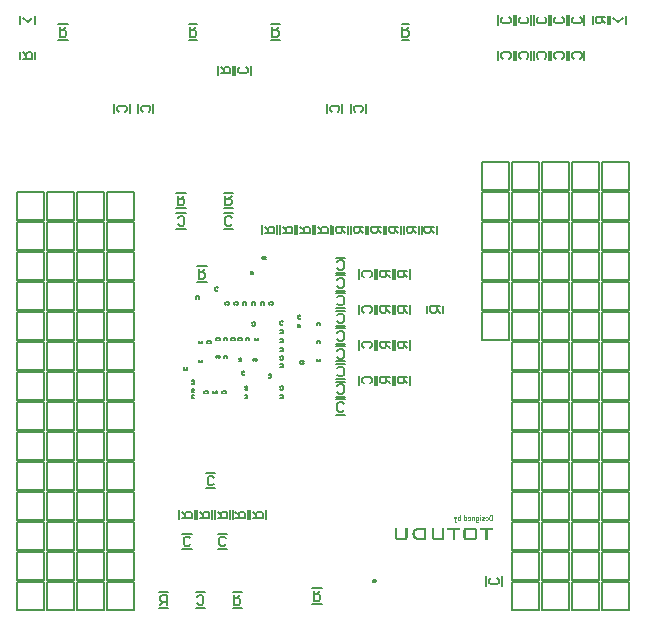
<source format=gbo>
G04*
G04 #@! TF.GenerationSoftware,Altium Limited,Altium Designer,24.5.2 (23)*
G04*
G04 Layer_Color=16777215*
%FSLAX25Y25*%
%MOIN*%
G70*
G04*
G04 #@! TF.SameCoordinates,883B40CB-B18D-427C-8B65-5A5AB1BE87B9*
G04*
G04*
G04 #@! TF.FilePolarity,Positive*
G04*
G01*
G75*
%ADD10C,0.00787*%
%ADD11C,0.00591*%
G36*
X52658Y-70929D02*
X52349D01*
Y-70581D01*
X52658D01*
Y-70929D01*
D02*
G37*
G36*
X46053Y-72543D02*
X45767D01*
Y-72335D01*
X45741Y-72378D01*
X45712Y-72414D01*
X45684Y-72444D01*
X45658Y-72469D01*
X45637Y-72489D01*
X45626Y-72498D01*
X45618Y-72504D01*
X45610Y-72508D01*
X45606Y-72512D01*
X45603Y-72514D01*
X45602Y-72515D01*
X45566Y-72536D01*
X45529Y-72550D01*
X45496Y-72562D01*
X45467Y-72569D01*
X45441Y-72573D01*
X45431Y-72575D01*
X45422D01*
X45415Y-72576D01*
X45405D01*
X45368Y-72573D01*
X45334Y-72567D01*
X45300Y-72559D01*
X45268Y-72546D01*
X45238Y-72531D01*
X45210Y-72515D01*
X45183Y-72496D01*
X45160Y-72479D01*
X45138Y-72460D01*
X45119Y-72443D01*
X45101Y-72427D01*
X45088Y-72412D01*
X45077Y-72399D01*
X45070Y-72391D01*
X45064Y-72383D01*
X45062Y-72382D01*
X45036Y-72344D01*
X45015Y-72302D01*
X44994Y-72259D01*
X44978Y-72212D01*
X44964Y-72167D01*
X44952Y-72121D01*
X44942Y-72074D01*
X44935Y-72031D01*
X44928Y-71989D01*
X44923Y-71950D01*
X44920Y-71915D01*
X44919Y-71885D01*
X44917Y-71871D01*
Y-71860D01*
X44916Y-71850D01*
Y-71841D01*
Y-71834D01*
Y-71829D01*
Y-71826D01*
Y-71825D01*
X44917Y-71758D01*
X44922Y-71697D01*
X44929Y-71639D01*
X44938Y-71586D01*
X44949Y-71536D01*
X44961Y-71491D01*
X44974Y-71451D01*
X44987Y-71413D01*
X45002Y-71381D01*
X45015Y-71354D01*
X45026Y-71329D01*
X45036Y-71310D01*
X45046Y-71294D01*
X45054Y-71284D01*
X45058Y-71277D01*
X45059Y-71276D01*
X45087Y-71242D01*
X45115Y-71213D01*
X45144Y-71188D01*
X45174Y-71167D01*
X45203Y-71149D01*
X45232Y-71133D01*
X45260Y-71122D01*
X45286Y-71112D01*
X45310Y-71104D01*
X45334Y-71099D01*
X45354Y-71094D01*
X45371Y-71091D01*
X45386Y-71090D01*
X45397Y-71088D01*
X45406D01*
X45442Y-71090D01*
X45476Y-71096D01*
X45507Y-71104D01*
X45535Y-71113D01*
X45558Y-71123D01*
X45567Y-71128D01*
X45576Y-71131D01*
X45581Y-71135D01*
X45586Y-71136D01*
X45589Y-71139D01*
X45590D01*
X45621Y-71159D01*
X45650Y-71183D01*
X45676Y-71207D01*
X45699Y-71232D01*
X45718Y-71254D01*
X45732Y-71271D01*
X45737Y-71277D01*
X45741Y-71283D01*
X45742Y-71286D01*
X45744Y-71287D01*
Y-70581D01*
X46053D01*
Y-72543D01*
D02*
G37*
G36*
X51648Y-71090D02*
X51685Y-71096D01*
X51718Y-71106D01*
X51751Y-71117D01*
X51782Y-71132D01*
X51811Y-71146D01*
X51837Y-71164D01*
X51862Y-71181D01*
X51883Y-71199D01*
X51902Y-71215D01*
X51919Y-71231D01*
X51933Y-71245D01*
X51944Y-71257D01*
X51951Y-71265D01*
X51957Y-71273D01*
X51959Y-71274D01*
X51983Y-71310D01*
X52006Y-71351D01*
X52025Y-71394D01*
X52041Y-71438D01*
X52056Y-71484D01*
X52067Y-71529D01*
X52076Y-71576D01*
X52085Y-71619D01*
X52091Y-71661D01*
X52095Y-71699D01*
X52098Y-71735D01*
X52099Y-71766D01*
X52101Y-71779D01*
Y-71790D01*
X52102Y-71800D01*
Y-71809D01*
Y-71816D01*
Y-71821D01*
Y-71824D01*
Y-71825D01*
X52101Y-71887D01*
X52095Y-71947D01*
X52088Y-72002D01*
X52079Y-72054D01*
X52067Y-72103D01*
X52054Y-72147D01*
X52040Y-72189D01*
X52025Y-72225D01*
X52012Y-72259D01*
X51998Y-72288D01*
X51985Y-72312D01*
X51973Y-72333D01*
X51964Y-72348D01*
X51956Y-72360D01*
X51951Y-72366D01*
X51950Y-72369D01*
X51924Y-72399D01*
X51898Y-72427D01*
X51870Y-72450D01*
X51843Y-72469D01*
X51815Y-72486D01*
X51789Y-72501D01*
X51763Y-72512D01*
X51737Y-72521D01*
X51714Y-72528D01*
X51692Y-72534D01*
X51673Y-72537D01*
X51656Y-72540D01*
X51643Y-72541D01*
X51632Y-72543D01*
X51624D01*
X51585Y-72540D01*
X51548Y-72534D01*
X51516Y-72525D01*
X51487Y-72514D01*
X51464Y-72504D01*
X51454Y-72499D01*
X51445Y-72495D01*
X51439Y-72492D01*
X51435Y-72489D01*
X51432Y-72486D01*
X51431D01*
X51399Y-72462D01*
X51370Y-72434D01*
X51342Y-72407D01*
X51319Y-72378D01*
X51300Y-72353D01*
X51293Y-72343D01*
X51286Y-72333D01*
X51281Y-72325D01*
X51277Y-72318D01*
X51276Y-72315D01*
X51274Y-72314D01*
Y-72521D01*
Y-72546D01*
X51276Y-72570D01*
X51277Y-72592D01*
X51279Y-72611D01*
X51280Y-72628D01*
X51281Y-72646D01*
X51284Y-72660D01*
X51286Y-72672D01*
X51289Y-72683D01*
X51292Y-72694D01*
X51293Y-72701D01*
X51294Y-72707D01*
X51296Y-72712D01*
X51297Y-72715D01*
X51299Y-72718D01*
X51309Y-72738D01*
X51319Y-72755D01*
X51331Y-72769D01*
X51342Y-72779D01*
X51353Y-72788D01*
X51360Y-72794D01*
X51366Y-72796D01*
X51367Y-72798D01*
X51392Y-72810D01*
X51419Y-72818D01*
X51447Y-72824D01*
X51473Y-72828D01*
X51496Y-72831D01*
X51505D01*
X51513Y-72833D01*
X51531D01*
X51561Y-72831D01*
X51589Y-72827D01*
X51611Y-72823D01*
X51628Y-72815D01*
X51643Y-72810D01*
X51653Y-72805D01*
X51658Y-72801D01*
X51660Y-72799D01*
X51673Y-72785D01*
X51685Y-72768D01*
X51693Y-72750D01*
X51699Y-72731D01*
X51703Y-72715D01*
X51706Y-72702D01*
X51708Y-72692D01*
Y-72691D01*
Y-72689D01*
X52061Y-72637D01*
Y-72683D01*
X52059Y-72731D01*
X52053Y-72775D01*
X52043Y-72815D01*
X52037Y-72833D01*
X52031Y-72849D01*
X52027Y-72863D01*
X52021Y-72876D01*
X52015Y-72888D01*
X52011Y-72898D01*
X52008Y-72905D01*
X52005Y-72911D01*
X52002Y-72914D01*
Y-72915D01*
X51977Y-72952D01*
X51948Y-72982D01*
X51919Y-73008D01*
X51892Y-73030D01*
X51866Y-73046D01*
X51856Y-73053D01*
X51846Y-73058D01*
X51838Y-73062D01*
X51831Y-73065D01*
X51828Y-73068D01*
X51827D01*
X51803Y-73076D01*
X51780Y-73085D01*
X51730Y-73098D01*
X51679Y-73107D01*
X51629Y-73113D01*
X51606Y-73115D01*
X51586Y-73117D01*
X51567Y-73118D01*
X51551D01*
X51538Y-73120D01*
X51519D01*
X51482Y-73118D01*
X51445Y-73117D01*
X51412Y-73113D01*
X51381Y-73108D01*
X51353Y-73104D01*
X51326Y-73097D01*
X51302Y-73091D01*
X51280Y-73084D01*
X51260Y-73078D01*
X51244Y-73071D01*
X51229Y-73065D01*
X51218Y-73060D01*
X51208Y-73055D01*
X51202Y-73052D01*
X51197Y-73050D01*
X51196Y-73049D01*
X51174Y-73034D01*
X51155Y-73020D01*
X51119Y-72987D01*
X51089Y-72952D01*
X51065Y-72918D01*
X51047Y-72888D01*
X51038Y-72875D01*
X51032Y-72863D01*
X51028Y-72853D01*
X51025Y-72846D01*
X51022Y-72842D01*
Y-72840D01*
X51012Y-72812D01*
X51003Y-72782D01*
X50996Y-72749D01*
X50989Y-72712D01*
X50978Y-72640D01*
X50976Y-72602D01*
X50973Y-72567D01*
X50970Y-72533D01*
X50968Y-72501D01*
X50967Y-72473D01*
Y-72447D01*
X50965Y-72427D01*
Y-72411D01*
Y-72405D01*
Y-72401D01*
Y-72399D01*
Y-72398D01*
Y-71122D01*
X51254D01*
Y-71322D01*
X51280Y-71281D01*
X51308Y-71245D01*
X51335Y-71216D01*
X51360Y-71191D01*
X51381Y-71172D01*
X51390Y-71165D01*
X51399Y-71158D01*
X51405Y-71154D01*
X51409Y-71151D01*
X51412Y-71148D01*
X51413D01*
X51447Y-71128D01*
X51482Y-71113D01*
X51515Y-71103D01*
X51545Y-71096D01*
X51572Y-71091D01*
X51583Y-71090D01*
X51592D01*
X51600Y-71088D01*
X51611D01*
X51648Y-71090D01*
D02*
G37*
G36*
X44369Y-72549D02*
X44377Y-72576D01*
X44384Y-72602D01*
X44392Y-72625D01*
X44400Y-72646D01*
X44408Y-72666D01*
X44416Y-72683D01*
X44423Y-72698D01*
X44430Y-72712D01*
X44438Y-72724D01*
X44443Y-72734D01*
X44449Y-72741D01*
X44453Y-72749D01*
X44458Y-72755D01*
X44461Y-72757D01*
X44464Y-72759D01*
Y-72760D01*
X44485Y-72781D01*
X44510Y-72795D01*
X44535Y-72805D01*
X44558Y-72812D01*
X44578Y-72817D01*
X44594Y-72818D01*
X44600Y-72820D01*
X44609D01*
X44630Y-72818D01*
X44653Y-72817D01*
X44675Y-72814D01*
X44694Y-72811D01*
X44712Y-72808D01*
X44726Y-72805D01*
X44735Y-72802D01*
X44738D01*
X44712Y-73097D01*
X44680Y-73104D01*
X44648Y-73110D01*
X44619Y-73114D01*
X44593Y-73117D01*
X44569Y-73118D01*
X44561D01*
X44552Y-73120D01*
X44537D01*
X44495Y-73118D01*
X44458Y-73114D01*
X44423Y-73108D01*
X44395Y-73101D01*
X44382Y-73098D01*
X44372Y-73094D01*
X44362Y-73091D01*
X44355Y-73088D01*
X44349Y-73085D01*
X44343Y-73084D01*
X44342Y-73082D01*
X44340D01*
X44311Y-73066D01*
X44287Y-73049D01*
X44263Y-73031D01*
X44245Y-73014D01*
X44230Y-73000D01*
X44219Y-72987D01*
X44213Y-72978D01*
X44210Y-72976D01*
Y-72975D01*
X44200Y-72960D01*
X44191Y-72946D01*
X44172Y-72911D01*
X44153Y-72875D01*
X44137Y-72839D01*
X44131Y-72821D01*
X44124Y-72805D01*
X44118Y-72792D01*
X44114Y-72779D01*
X44111Y-72769D01*
X44108Y-72762D01*
X44105Y-72756D01*
Y-72755D01*
X44027Y-72491D01*
X43615Y-71122D01*
X43936D01*
X44207Y-72132D01*
X44484Y-71122D01*
X44813D01*
X44369Y-72549D01*
D02*
G37*
G36*
X54754Y-71090D02*
X54793Y-71096D01*
X54831Y-71106D01*
X54866Y-71116D01*
X54898Y-71131D01*
X54928Y-71146D01*
X54956Y-71162D01*
X54982Y-71178D01*
X55004Y-71196D01*
X55024Y-71212D01*
X55041Y-71228D01*
X55054Y-71241D01*
X55066Y-71252D01*
X55073Y-71262D01*
X55079Y-71268D01*
X55080Y-71270D01*
X55110Y-71312D01*
X55136Y-71355D01*
X55157Y-71402D01*
X55176Y-71450D01*
X55194Y-71497D01*
X55207Y-71545D01*
X55218Y-71592D01*
X55227Y-71635D01*
X55233Y-71679D01*
X55238Y-71716D01*
X55241Y-71751D01*
X55244Y-71781D01*
X55246Y-71795D01*
Y-71806D01*
X55247Y-71816D01*
Y-71825D01*
Y-71832D01*
Y-71837D01*
Y-71839D01*
Y-71841D01*
X55246Y-71908D01*
X55240Y-71969D01*
X55231Y-72028D01*
X55221Y-72082D01*
X55209Y-72132D01*
X55195Y-72179D01*
X55181Y-72221D01*
X55164Y-72259D01*
X55149Y-72292D01*
X55134Y-72321D01*
X55120Y-72346D01*
X55108Y-72366D01*
X55096Y-72383D01*
X55089Y-72395D01*
X55083Y-72401D01*
X55082Y-72404D01*
X55054Y-72434D01*
X55024Y-72460D01*
X54993Y-72483D01*
X54960Y-72504D01*
X54927Y-72520D01*
X54893Y-72534D01*
X54861Y-72546D01*
X54830Y-72554D01*
X54799Y-72562D01*
X54772Y-72567D01*
X54747Y-72570D01*
X54725Y-72573D01*
X54708Y-72575D01*
X54695Y-72576D01*
X54683D01*
X54648Y-72575D01*
X54616Y-72572D01*
X54585Y-72566D01*
X54554Y-72560D01*
X54527Y-72553D01*
X54501Y-72544D01*
X54477Y-72534D01*
X54456Y-72524D01*
X54435Y-72515D01*
X54418Y-72505D01*
X54403Y-72496D01*
X54390Y-72489D01*
X54380Y-72483D01*
X54373Y-72478D01*
X54369Y-72475D01*
X54367Y-72473D01*
X54344Y-72453D01*
X54321Y-72430D01*
X54300Y-72405D01*
X54282Y-72379D01*
X54264Y-72353D01*
X54248Y-72327D01*
X54234Y-72301D01*
X54222Y-72275D01*
X54211Y-72250D01*
X54200Y-72228D01*
X54193Y-72206D01*
X54186Y-72189D01*
X54181Y-72175D01*
X54177Y-72163D01*
X54174Y-72157D01*
Y-72154D01*
X54480Y-72092D01*
X54490Y-72128D01*
X54503Y-72158D01*
X54518Y-72186D01*
X54532Y-72209D01*
X54548Y-72228D01*
X54566Y-72246D01*
X54582Y-72259D01*
X54599Y-72269D01*
X54615Y-72277D01*
X54629Y-72285D01*
X54643Y-72289D01*
X54654Y-72292D01*
X54664Y-72293D01*
X54673Y-72295D01*
X54679D01*
X54698Y-72293D01*
X54716Y-72290D01*
X54734Y-72286D01*
X54751Y-72280D01*
X54782Y-72266D01*
X54806Y-72248D01*
X54828Y-72233D01*
X54837Y-72225D01*
X54844Y-72218D01*
X54850Y-72212D01*
X54854Y-72208D01*
X54856Y-72205D01*
X54857Y-72203D01*
X54870Y-72185D01*
X54882Y-72166D01*
X54891Y-72144D01*
X54899Y-72124D01*
X54912Y-72080D01*
X54921Y-72037D01*
X54924Y-72018D01*
X54927Y-71999D01*
X54928Y-71983D01*
X54930Y-71969D01*
X54931Y-71957D01*
Y-71948D01*
Y-71943D01*
Y-71941D01*
X54160D01*
Y-71899D01*
X54161Y-71824D01*
X54167Y-71754D01*
X54174Y-71687D01*
X54184Y-71626D01*
X54197Y-71571D01*
X54211Y-71519D01*
X54226Y-71473D01*
X54241Y-71432D01*
X54255Y-71394D01*
X54271Y-71363D01*
X54284Y-71336D01*
X54296Y-71313D01*
X54308Y-71296D01*
X54315Y-71284D01*
X54321Y-71277D01*
X54322Y-71274D01*
X54350Y-71241D01*
X54380Y-71213D01*
X54411Y-71188D01*
X54442Y-71167D01*
X54476Y-71149D01*
X54508Y-71133D01*
X54540Y-71122D01*
X54571Y-71112D01*
X54601Y-71104D01*
X54627Y-71099D01*
X54651Y-71094D01*
X54673Y-71091D01*
X54689Y-71090D01*
X54702Y-71088D01*
X54714D01*
X54754Y-71090D01*
D02*
G37*
G36*
X48883D02*
X48922Y-71096D01*
X48960Y-71106D01*
X48995Y-71116D01*
X49027Y-71131D01*
X49057Y-71146D01*
X49085Y-71162D01*
X49111Y-71178D01*
X49132Y-71196D01*
X49153Y-71212D01*
X49170Y-71228D01*
X49183Y-71241D01*
X49195Y-71252D01*
X49202Y-71262D01*
X49208Y-71268D01*
X49209Y-71270D01*
X49238Y-71312D01*
X49264Y-71355D01*
X49286Y-71402D01*
X49305Y-71450D01*
X49323Y-71497D01*
X49336Y-71545D01*
X49347Y-71592D01*
X49356Y-71635D01*
X49362Y-71679D01*
X49367Y-71716D01*
X49370Y-71751D01*
X49373Y-71781D01*
X49375Y-71795D01*
Y-71806D01*
X49376Y-71816D01*
Y-71825D01*
Y-71832D01*
Y-71837D01*
Y-71839D01*
Y-71841D01*
X49375Y-71908D01*
X49369Y-71969D01*
X49360Y-72028D01*
X49350Y-72082D01*
X49338Y-72132D01*
X49324Y-72179D01*
X49309Y-72221D01*
X49294Y-72259D01*
X49278Y-72292D01*
X49263Y-72321D01*
X49249Y-72346D01*
X49237Y-72366D01*
X49225Y-72383D01*
X49218Y-72395D01*
X49212Y-72401D01*
X49211Y-72404D01*
X49183Y-72434D01*
X49153Y-72460D01*
X49122Y-72483D01*
X49089Y-72504D01*
X49056Y-72520D01*
X49022Y-72534D01*
X48990Y-72546D01*
X48959Y-72554D01*
X48928Y-72562D01*
X48900Y-72567D01*
X48876Y-72570D01*
X48854Y-72573D01*
X48837Y-72575D01*
X48824Y-72576D01*
X48812D01*
X48777Y-72575D01*
X48745Y-72572D01*
X48713Y-72566D01*
X48683Y-72560D01*
X48656Y-72553D01*
X48629Y-72544D01*
X48606Y-72534D01*
X48584Y-72524D01*
X48564Y-72515D01*
X48547Y-72505D01*
X48532Y-72496D01*
X48519Y-72489D01*
X48509Y-72483D01*
X48502Y-72478D01*
X48497Y-72475D01*
X48496Y-72473D01*
X48473Y-72453D01*
X48450Y-72430D01*
X48429Y-72405D01*
X48410Y-72379D01*
X48393Y-72353D01*
X48377Y-72327D01*
X48363Y-72301D01*
X48351Y-72275D01*
X48339Y-72250D01*
X48329Y-72228D01*
X48322Y-72206D01*
X48315Y-72189D01*
X48310Y-72175D01*
X48306Y-72163D01*
X48303Y-72157D01*
Y-72154D01*
X48609Y-72092D01*
X48619Y-72128D01*
X48632Y-72158D01*
X48647Y-72186D01*
X48661Y-72209D01*
X48677Y-72228D01*
X48695Y-72246D01*
X48711Y-72259D01*
X48728Y-72269D01*
X48744Y-72277D01*
X48758Y-72285D01*
X48772Y-72289D01*
X48783Y-72292D01*
X48793Y-72293D01*
X48802Y-72295D01*
X48808D01*
X48827Y-72293D01*
X48845Y-72290D01*
X48863Y-72286D01*
X48880Y-72280D01*
X48911Y-72266D01*
X48935Y-72248D01*
X48957Y-72233D01*
X48966Y-72225D01*
X48973Y-72218D01*
X48979Y-72212D01*
X48983Y-72208D01*
X48985Y-72205D01*
X48986Y-72203D01*
X48999Y-72185D01*
X49011Y-72166D01*
X49020Y-72144D01*
X49028Y-72124D01*
X49041Y-72080D01*
X49050Y-72037D01*
X49053Y-72018D01*
X49056Y-71999D01*
X49057Y-71983D01*
X49059Y-71969D01*
X49060Y-71957D01*
Y-71948D01*
Y-71943D01*
Y-71941D01*
X48289D01*
Y-71899D01*
X48290Y-71824D01*
X48296Y-71754D01*
X48303Y-71687D01*
X48313Y-71626D01*
X48326Y-71571D01*
X48339Y-71519D01*
X48355Y-71473D01*
X48370Y-71432D01*
X48384Y-71394D01*
X48400Y-71363D01*
X48413Y-71336D01*
X48425Y-71313D01*
X48436Y-71296D01*
X48444Y-71284D01*
X48450Y-71277D01*
X48451Y-71274D01*
X48479Y-71241D01*
X48509Y-71213D01*
X48540Y-71188D01*
X48571Y-71167D01*
X48605Y-71149D01*
X48637Y-71133D01*
X48669Y-71122D01*
X48700Y-71112D01*
X48730Y-71104D01*
X48755Y-71099D01*
X48780Y-71094D01*
X48802Y-71091D01*
X48818Y-71090D01*
X48831Y-71088D01*
X48842D01*
X48883Y-71090D01*
D02*
G37*
G36*
X56778Y-72543D02*
X56133D01*
X56100Y-72540D01*
X56066Y-72537D01*
X56036Y-72534D01*
X56008Y-72530D01*
X55982Y-72525D01*
X55958Y-72521D01*
X55936Y-72515D01*
X55916Y-72509D01*
X55898Y-72505D01*
X55884Y-72501D01*
X55872Y-72496D01*
X55862Y-72492D01*
X55855Y-72491D01*
X55850Y-72488D01*
X55849D01*
X55804Y-72465D01*
X55762Y-72438D01*
X55726Y-72412D01*
X55710Y-72398D01*
X55695Y-72385D01*
X55682Y-72373D01*
X55671Y-72361D01*
X55660Y-72351D01*
X55652Y-72341D01*
X55645Y-72334D01*
X55640Y-72328D01*
X55637Y-72325D01*
X55636Y-72324D01*
X55620Y-72302D01*
X55604Y-72279D01*
X55575Y-72231D01*
X55550Y-72180D01*
X55530Y-72132D01*
X55520Y-72111D01*
X55512Y-72090D01*
X55505Y-72071D01*
X55500Y-72056D01*
X55495Y-72043D01*
X55492Y-72034D01*
X55489Y-72027D01*
Y-72025D01*
X55479Y-71989D01*
X55471Y-71953D01*
X55456Y-71876D01*
X55446Y-71802D01*
X55441Y-71767D01*
X55439Y-71734D01*
X55436Y-71702D01*
X55434Y-71673D01*
X55433Y-71648D01*
Y-71625D01*
X55431Y-71608D01*
Y-71595D01*
Y-71586D01*
Y-71583D01*
Y-71531D01*
X55434Y-71481D01*
X55436Y-71434D01*
X55440Y-71390D01*
X55444Y-71348D01*
X55449Y-71309D01*
X55453Y-71273D01*
X55459Y-71241D01*
X55465Y-71212D01*
X55469Y-71186D01*
X55473Y-71162D01*
X55478Y-71144D01*
X55481Y-71129D01*
X55484Y-71119D01*
X55487Y-71112D01*
Y-71110D01*
X55497Y-71075D01*
X55508Y-71042D01*
X55521Y-71012D01*
X55533Y-70981D01*
X55546Y-70955D01*
X55559Y-70929D01*
X55571Y-70906D01*
X55584Y-70884D01*
X55595Y-70865D01*
X55605Y-70849D01*
X55614Y-70835D01*
X55623Y-70823D01*
X55630Y-70813D01*
X55634Y-70807D01*
X55637Y-70803D01*
X55639Y-70801D01*
X55656Y-70780D01*
X55675Y-70759D01*
X55694Y-70742D01*
X55711Y-70724D01*
X55730Y-70709D01*
X55747Y-70696D01*
X55779Y-70672D01*
X55794Y-70662D01*
X55807Y-70653D01*
X55820Y-70648D01*
X55830Y-70642D01*
X55837Y-70638D01*
X55843Y-70635D01*
X55848Y-70632D01*
X55849D01*
X55871Y-70623D01*
X55895Y-70614D01*
X55922Y-70609D01*
X55949Y-70603D01*
X56006Y-70594D01*
X56061Y-70587D01*
X56085Y-70585D01*
X56110Y-70584D01*
X56132Y-70582D01*
X56151D01*
X56165Y-70581D01*
X56778D01*
Y-72543D01*
D02*
G37*
G36*
X52658D02*
X52349D01*
Y-71122D01*
X52658D01*
Y-72543D01*
D02*
G37*
G36*
X50036Y-71091D02*
X50075Y-71099D01*
X50111Y-71107D01*
X50143Y-71119D01*
X50156Y-71125D01*
X50169Y-71131D01*
X50179Y-71135D01*
X50188Y-71139D01*
X50195Y-71144D01*
X50201Y-71146D01*
X50204Y-71148D01*
X50205Y-71149D01*
X50240Y-71174D01*
X50272Y-71203D01*
X50301Y-71232D01*
X50327Y-71261D01*
X50348Y-71289D01*
X50356Y-71299D01*
X50364Y-71309D01*
X50369Y-71317D01*
X50374Y-71323D01*
X50375Y-71328D01*
X50377Y-71329D01*
Y-71122D01*
X50662D01*
Y-72543D01*
X50353D01*
Y-71899D01*
Y-71855D01*
X50352Y-71815D01*
X50350Y-71777D01*
X50349Y-71744D01*
X50348Y-71713D01*
X50346Y-71686D01*
X50343Y-71661D01*
X50340Y-71641D01*
X50339Y-71622D01*
X50336Y-71606D01*
X50335Y-71593D01*
X50333Y-71583D01*
X50332Y-71576D01*
X50330Y-71570D01*
X50329Y-71567D01*
Y-71566D01*
X50317Y-71534D01*
X50304Y-71506D01*
X50290Y-71483D01*
X50275Y-71463D01*
X50262Y-71447D01*
X50251Y-71435D01*
X50243Y-71429D01*
X50240Y-71426D01*
X50216Y-71409D01*
X50191Y-71397D01*
X50168Y-71389D01*
X50146Y-71381D01*
X50127Y-71378D01*
X50113Y-71377D01*
X50107Y-71376D01*
X50100D01*
X50078Y-71377D01*
X50058Y-71381D01*
X50039Y-71389D01*
X50023Y-71394D01*
X50010Y-71402D01*
X50001Y-71409D01*
X49994Y-71413D01*
X49992Y-71415D01*
X49976Y-71431D01*
X49962Y-71448D01*
X49950Y-71467D01*
X49942Y-71486D01*
X49936Y-71502D01*
X49930Y-71515D01*
X49929Y-71523D01*
X49927Y-71525D01*
Y-71526D01*
X49924Y-71541D01*
X49921Y-71560D01*
X49918Y-71580D01*
X49916Y-71602D01*
X49913Y-71651D01*
X49911Y-71699D01*
X49910Y-71722D01*
Y-71745D01*
X49908Y-71764D01*
Y-71783D01*
Y-71798D01*
Y-71808D01*
Y-71815D01*
Y-71818D01*
Y-72543D01*
X49599D01*
Y-71660D01*
Y-71622D01*
X49601Y-71586D01*
X49602Y-71552D01*
X49605Y-71522D01*
X49608Y-71493D01*
X49611Y-71467D01*
X49614Y-71444D01*
X49617Y-71422D01*
X49621Y-71403D01*
X49624Y-71387D01*
X49627Y-71373D01*
X49630Y-71361D01*
X49633Y-71352D01*
X49634Y-71346D01*
X49636Y-71342D01*
Y-71341D01*
X49652Y-71300D01*
X49670Y-71265D01*
X49692Y-71235D01*
X49712Y-71209D01*
X49733Y-71187D01*
X49742Y-71178D01*
X49749Y-71172D01*
X49756Y-71167D01*
X49760Y-71162D01*
X49763Y-71161D01*
X49765Y-71159D01*
X49782Y-71146D01*
X49801Y-71136D01*
X49820Y-71126D01*
X49839Y-71119D01*
X49878Y-71106D01*
X49913Y-71097D01*
X49930Y-71094D01*
X49944Y-71093D01*
X49958Y-71090D01*
X49969D01*
X49979Y-71088D01*
X49992D01*
X50036Y-71091D01*
D02*
G37*
G36*
X53526Y-71090D02*
X53567Y-71094D01*
X53606Y-71100D01*
X53642Y-71107D01*
X53674Y-71116D01*
X53704Y-71126D01*
X53732Y-71138D01*
X53757Y-71148D01*
X53778Y-71159D01*
X53797Y-71171D01*
X53813Y-71181D01*
X53826Y-71190D01*
X53836Y-71197D01*
X53844Y-71203D01*
X53848Y-71207D01*
X53849Y-71209D01*
X53871Y-71232D01*
X53890Y-71257D01*
X53907Y-71283D01*
X53922Y-71309D01*
X53934Y-71335D01*
X53944Y-71361D01*
X53952Y-71387D01*
X53958Y-71412D01*
X53964Y-71435D01*
X53967Y-71457D01*
X53970Y-71477D01*
X53973Y-71493D01*
Y-71508D01*
X53974Y-71518D01*
Y-71523D01*
Y-71526D01*
X53973Y-71563D01*
X53968Y-71597D01*
X53962Y-71629D01*
X53954Y-71658D01*
X53945Y-71687D01*
X53934Y-71712D01*
X53922Y-71735D01*
X53910Y-71757D01*
X53899Y-71776D01*
X53887Y-71792D01*
X53875Y-71806D01*
X53867Y-71818D01*
X53858Y-71826D01*
X53852Y-71832D01*
X53848Y-71837D01*
X53847Y-71838D01*
X53836Y-71847D01*
X53825Y-71855D01*
X53796Y-71873D01*
X53764Y-71890D01*
X53728Y-71906D01*
X53689Y-71924D01*
X53648Y-71940D01*
X53565Y-71969D01*
X53526Y-71982D01*
X53488Y-71993D01*
X53453Y-72005D01*
X53423Y-72013D01*
X53410Y-72018D01*
X53399Y-72021D01*
X53387Y-72024D01*
X53378Y-72027D01*
X53372Y-72028D01*
X53367Y-72030D01*
X53364Y-72031D01*
X53362D01*
X53336Y-72038D01*
X53316Y-72045D01*
X53298Y-72054D01*
X53284Y-72061D01*
X53274Y-72067D01*
X53268Y-72073D01*
X53264Y-72076D01*
X53262Y-72077D01*
X53253Y-72088D01*
X53248Y-72101D01*
X53243Y-72112D01*
X53240Y-72124D01*
X53239Y-72135D01*
X53237Y-72144D01*
Y-72150D01*
Y-72151D01*
X53240Y-72176D01*
X53246Y-72198D01*
X53255Y-72216D01*
X53265Y-72233D01*
X53275Y-72246D01*
X53284Y-72256D01*
X53290Y-72262D01*
X53293Y-72263D01*
X53316Y-72277D01*
X53342Y-72288D01*
X53369Y-72295D01*
X53397Y-72299D01*
X53422Y-72302D01*
X53432Y-72303D01*
X53440Y-72305D01*
X53459D01*
X53497Y-72302D01*
X53530Y-72295D01*
X53559Y-72285D01*
X53585Y-72270D01*
X53609Y-72253D01*
X53629Y-72234D01*
X53646Y-72214D01*
X53661Y-72192D01*
X53674Y-72172D01*
X53684Y-72151D01*
X53691Y-72132D01*
X53697Y-72115D01*
X53703Y-72101D01*
X53706Y-72090D01*
X53707Y-72083D01*
Y-72080D01*
X54016Y-72138D01*
X54006Y-72177D01*
X53996Y-72214D01*
X53983Y-72248D01*
X53968Y-72280D01*
X53952Y-72309D01*
X53938Y-72335D01*
X53922Y-72360D01*
X53906Y-72382D01*
X53890Y-72401D01*
X53877Y-72418D01*
X53864Y-72433D01*
X53852Y-72444D01*
X53842Y-72453D01*
X53835Y-72459D01*
X53831Y-72463D01*
X53829Y-72465D01*
X53802Y-72485D01*
X53773Y-72501D01*
X53742Y-72517D01*
X53710Y-72528D01*
X53680Y-72540D01*
X53649Y-72549D01*
X53619Y-72556D01*
X53590Y-72562D01*
X53564Y-72567D01*
X53539Y-72570D01*
X53516Y-72573D01*
X53497Y-72575D01*
X53481D01*
X53470Y-72576D01*
X53459D01*
X53414Y-72575D01*
X53371Y-72570D01*
X53330Y-72563D01*
X53293Y-72556D01*
X53258Y-72546D01*
X53226Y-72534D01*
X53197Y-72522D01*
X53171Y-72509D01*
X53148Y-72496D01*
X53127Y-72485D01*
X53110Y-72473D01*
X53095Y-72463D01*
X53084Y-72454D01*
X53075Y-72448D01*
X53071Y-72444D01*
X53069Y-72443D01*
X53045Y-72417D01*
X53023Y-72389D01*
X53004Y-72361D01*
X52987Y-72333D01*
X52974Y-72305D01*
X52962Y-72276D01*
X52952Y-72248D01*
X52945Y-72222D01*
X52939Y-72198D01*
X52934Y-72175D01*
X52932Y-72154D01*
X52929Y-72137D01*
Y-72122D01*
X52927Y-72111D01*
Y-72105D01*
Y-72102D01*
X52929Y-72070D01*
X52932Y-72041D01*
X52936Y-72013D01*
X52942Y-71987D01*
X52949Y-71963D01*
X52956Y-71940D01*
X52965Y-71919D01*
X52972Y-71900D01*
X52981Y-71885D01*
X52990Y-71870D01*
X52997Y-71857D01*
X53004Y-71847D01*
X53010Y-71838D01*
X53014Y-71832D01*
X53017Y-71829D01*
X53019Y-71828D01*
X53037Y-71809D01*
X53061Y-71790D01*
X53085Y-71773D01*
X53113Y-71757D01*
X53171Y-71726D01*
X53229Y-71702D01*
X53256Y-71690D01*
X53282Y-71681D01*
X53307Y-71673D01*
X53327Y-71666D01*
X53345Y-71660D01*
X53358Y-71655D01*
X53367Y-71654D01*
X53368Y-71653D01*
X53369D01*
X53410Y-71641D01*
X53448Y-71629D01*
X53481Y-71619D01*
X53510Y-71610D01*
X53535Y-71602D01*
X53558Y-71593D01*
X53577Y-71586D01*
X53594Y-71580D01*
X53607Y-71574D01*
X53619Y-71570D01*
X53628Y-71566D01*
X53635Y-71561D01*
X53639Y-71558D01*
X53642Y-71557D01*
X53645Y-71555D01*
X53659Y-71544D01*
X53670Y-71531D01*
X53678Y-71518D01*
X53683Y-71505D01*
X53686Y-71494D01*
X53687Y-71484D01*
X53689Y-71478D01*
Y-71477D01*
X53687Y-71458D01*
X53681Y-71442D01*
X53674Y-71426D01*
X53664Y-71415D01*
X53655Y-71404D01*
X53648Y-71397D01*
X53642Y-71393D01*
X53641Y-71391D01*
X53630Y-71386D01*
X53620Y-71380D01*
X53596Y-71373D01*
X53568Y-71367D01*
X53542Y-71363D01*
X53517Y-71360D01*
X53506D01*
X53497Y-71358D01*
X53478D01*
X53445Y-71360D01*
X53416Y-71365D01*
X53390Y-71374D01*
X53367Y-71386D01*
X53346Y-71399D01*
X53327Y-71413D01*
X53312Y-71428D01*
X53298Y-71444D01*
X53288Y-71461D01*
X53278Y-71476D01*
X53271Y-71490D01*
X53265Y-71503D01*
X53261Y-71515D01*
X53258Y-71523D01*
X53256Y-71529D01*
Y-71531D01*
X52966Y-71465D01*
X52977Y-71429D01*
X52988Y-71396D01*
X53000Y-71365D01*
X53013Y-71336D01*
X53027Y-71310D01*
X53042Y-71287D01*
X53055Y-71267D01*
X53069Y-71248D01*
X53082Y-71231D01*
X53094Y-71216D01*
X53106Y-71204D01*
X53116Y-71196D01*
X53123Y-71188D01*
X53129Y-71183D01*
X53133Y-71180D01*
X53135Y-71178D01*
X53158Y-71162D01*
X53184Y-71149D01*
X53211Y-71136D01*
X53239Y-71126D01*
X53268Y-71117D01*
X53297Y-71110D01*
X53354Y-71100D01*
X53380Y-71096D01*
X53404Y-71093D01*
X53426Y-71091D01*
X53445Y-71090D01*
X53461Y-71088D01*
X53483D01*
X53526Y-71090D01*
D02*
G37*
G36*
X47278Y-71287D02*
X47306Y-71252D01*
X47333Y-71222D01*
X47359Y-71197D01*
X47382Y-71175D01*
X47404Y-71159D01*
X47420Y-71148D01*
X47426Y-71145D01*
X47430Y-71142D01*
X47433Y-71139D01*
X47435D01*
X47466Y-71122D01*
X47498Y-71110D01*
X47529Y-71101D01*
X47556Y-71094D01*
X47581Y-71091D01*
X47591Y-71090D01*
X47600D01*
X47606Y-71088D01*
X47616D01*
X47654Y-71090D01*
X47690Y-71097D01*
X47725Y-71106D01*
X47758Y-71117D01*
X47788Y-71132D01*
X47817Y-71148D01*
X47844Y-71164D01*
X47868Y-71181D01*
X47890Y-71199D01*
X47909Y-71216D01*
X47926Y-71232D01*
X47939Y-71246D01*
X47951Y-71258D01*
X47958Y-71267D01*
X47964Y-71274D01*
X47965Y-71276D01*
X47990Y-71312D01*
X48012Y-71352D01*
X48030Y-71394D01*
X48046Y-71439D01*
X48060Y-71486D01*
X48071Y-71531D01*
X48081Y-71576D01*
X48088Y-71619D01*
X48094Y-71661D01*
X48099Y-71700D01*
X48102Y-71735D01*
X48103Y-71766D01*
X48105Y-71779D01*
Y-71790D01*
X48106Y-71800D01*
Y-71809D01*
Y-71816D01*
Y-71821D01*
Y-71824D01*
Y-71825D01*
X48105Y-71890D01*
X48100Y-71953D01*
X48093Y-72011D01*
X48083Y-72064D01*
X48073Y-72115D01*
X48060Y-72160D01*
X48046Y-72202D01*
X48033Y-72240D01*
X48020Y-72273D01*
X48007Y-72301D01*
X47994Y-72325D01*
X47984Y-72346D01*
X47974Y-72361D01*
X47967Y-72373D01*
X47962Y-72379D01*
X47961Y-72382D01*
X47933Y-72417D01*
X47904Y-72446D01*
X47875Y-72472D01*
X47846Y-72493D01*
X47817Y-72512D01*
X47790Y-72528D01*
X47762Y-72541D01*
X47736Y-72552D01*
X47712Y-72560D01*
X47690Y-72566D01*
X47670Y-72570D01*
X47654Y-72573D01*
X47639Y-72575D01*
X47629Y-72576D01*
X47620D01*
X47583Y-72573D01*
X47546Y-72567D01*
X47513Y-72557D01*
X47484Y-72546D01*
X47471Y-72541D01*
X47459Y-72536D01*
X47448Y-72530D01*
X47439Y-72525D01*
X47433Y-72522D01*
X47427Y-72520D01*
X47425Y-72517D01*
X47423D01*
X47388Y-72492D01*
X47356Y-72463D01*
X47327Y-72433D01*
X47303Y-72404D01*
X47282Y-72376D01*
X47274Y-72366D01*
X47268Y-72356D01*
X47262Y-72347D01*
X47258Y-72341D01*
X47256Y-72337D01*
X47255Y-72335D01*
Y-72543D01*
X46969D01*
Y-70581D01*
X47278D01*
Y-71287D01*
D02*
G37*
G36*
X40522Y-77775D02*
X40518Y-77873D01*
X40514Y-77967D01*
X40504Y-78051D01*
X40489Y-78127D01*
X40475Y-78197D01*
X40456Y-78262D01*
X40438Y-78317D01*
X40416Y-78364D01*
X40398Y-78408D01*
X40380Y-78444D01*
X40362Y-78477D01*
X40347Y-78499D01*
X40332Y-78521D01*
X40322Y-78532D01*
X40318Y-78539D01*
X40314Y-78543D01*
X40271Y-78579D01*
X40223Y-78612D01*
X40169Y-78641D01*
X40107Y-78663D01*
X40045Y-78685D01*
X39983Y-78703D01*
X39856Y-78728D01*
X39797Y-78735D01*
X39739Y-78743D01*
X39688Y-78746D01*
X39645Y-78750D01*
X39604Y-78754D01*
X37289D01*
X37191Y-78750D01*
X37100Y-78746D01*
X37016Y-78735D01*
X36940Y-78721D01*
X36871Y-78706D01*
X36813Y-78688D01*
X36754Y-78670D01*
X36707Y-78648D01*
X36667Y-78630D01*
X36631Y-78612D01*
X36601Y-78593D01*
X36576Y-78579D01*
X36558Y-78564D01*
X36547Y-78553D01*
X36540Y-78550D01*
X36536Y-78546D01*
X36500Y-78503D01*
X36467Y-78452D01*
X36438Y-78397D01*
X36412Y-78335D01*
X36394Y-78273D01*
X36376Y-78208D01*
X36350Y-78080D01*
X36343Y-78018D01*
X36336Y-77964D01*
X36332Y-77909D01*
X36329Y-77865D01*
X36325Y-77829D01*
Y-77800D01*
Y-77782D01*
Y-77775D01*
Y-74790D01*
X37104D01*
Y-78073D01*
X39732D01*
Y-74790D01*
X40522D01*
Y-77775D01*
D02*
G37*
G36*
X28269D02*
X28266Y-77873D01*
X28262Y-77967D01*
X28251Y-78051D01*
X28237Y-78127D01*
X28222Y-78197D01*
X28204Y-78262D01*
X28186Y-78317D01*
X28164Y-78364D01*
X28146Y-78408D01*
X28128Y-78444D01*
X28109Y-78477D01*
X28095Y-78499D01*
X28080Y-78521D01*
X28069Y-78532D01*
X28066Y-78539D01*
X28062Y-78543D01*
X28018Y-78579D01*
X27971Y-78612D01*
X27916Y-78641D01*
X27855Y-78663D01*
X27793Y-78685D01*
X27731Y-78703D01*
X27603Y-78728D01*
X27545Y-78735D01*
X27487Y-78743D01*
X27436Y-78746D01*
X27392Y-78750D01*
X27352Y-78754D01*
X25037D01*
X24939Y-78750D01*
X24848Y-78746D01*
X24764Y-78735D01*
X24688Y-78721D01*
X24619Y-78706D01*
X24560Y-78688D01*
X24502Y-78670D01*
X24455Y-78648D01*
X24415Y-78630D01*
X24378Y-78612D01*
X24349Y-78593D01*
X24324Y-78579D01*
X24306Y-78564D01*
X24295Y-78553D01*
X24287Y-78550D01*
X24284Y-78546D01*
X24247Y-78503D01*
X24215Y-78452D01*
X24185Y-78397D01*
X24160Y-78335D01*
X24142Y-78273D01*
X24124Y-78208D01*
X24098Y-78080D01*
X24091Y-78018D01*
X24083Y-77964D01*
X24080Y-77909D01*
X24076Y-77865D01*
X24073Y-77829D01*
Y-77800D01*
Y-77782D01*
Y-77775D01*
Y-74790D01*
X24852D01*
Y-78073D01*
X27480D01*
Y-74790D01*
X28269D01*
Y-77775D01*
D02*
G37*
G36*
X56636Y-75459D02*
X54892D01*
Y-78754D01*
X54106D01*
Y-75459D01*
X52355D01*
Y-74790D01*
X56636D01*
Y-75459D01*
D02*
G37*
G36*
X50532Y-74793D02*
X50623Y-74801D01*
X50706Y-74808D01*
X50783Y-74822D01*
X50852Y-74841D01*
X50918Y-74859D01*
X50972Y-74877D01*
X51020Y-74895D01*
X51063Y-74917D01*
X51100Y-74935D01*
X51129Y-74954D01*
X51154Y-74972D01*
X51172Y-74986D01*
X51183Y-74993D01*
X51191Y-75001D01*
X51194Y-75004D01*
X51231Y-75048D01*
X51260Y-75099D01*
X51289Y-75154D01*
X51311Y-75216D01*
X51347Y-75339D01*
X51373Y-75467D01*
X51380Y-75529D01*
X51387Y-75583D01*
X51391Y-75634D01*
X51394Y-75678D01*
X51398Y-75718D01*
Y-75743D01*
Y-75761D01*
Y-75769D01*
Y-77775D01*
X51394Y-77873D01*
X51391Y-77967D01*
X51380Y-78051D01*
X51365Y-78127D01*
X51351Y-78197D01*
X51333Y-78262D01*
X51314Y-78317D01*
X51296Y-78364D01*
X51278Y-78408D01*
X51260Y-78444D01*
X51242Y-78477D01*
X51227Y-78499D01*
X51213Y-78521D01*
X51201Y-78532D01*
X51198Y-78539D01*
X51194Y-78543D01*
X51151Y-78579D01*
X51103Y-78612D01*
X51045Y-78641D01*
X50987Y-78663D01*
X50925Y-78685D01*
X50859Y-78703D01*
X50736Y-78728D01*
X50674Y-78735D01*
X50616Y-78743D01*
X50564Y-78746D01*
X50521Y-78750D01*
X50481Y-78754D01*
X47791D01*
X47693Y-78750D01*
X47602Y-78746D01*
X47518Y-78735D01*
X47441Y-78721D01*
X47372Y-78706D01*
X47314Y-78688D01*
X47256Y-78670D01*
X47208Y-78648D01*
X47168Y-78630D01*
X47132Y-78612D01*
X47103Y-78593D01*
X47077Y-78579D01*
X47059Y-78564D01*
X47048Y-78553D01*
X47041Y-78550D01*
X47037Y-78546D01*
X47001Y-78503D01*
X46968Y-78452D01*
X46939Y-78397D01*
X46914Y-78335D01*
X46895Y-78273D01*
X46877Y-78208D01*
X46852Y-78080D01*
X46845Y-78018D01*
X46837Y-77964D01*
X46834Y-77909D01*
X46830Y-77865D01*
X46826Y-77829D01*
Y-77800D01*
Y-77782D01*
Y-77775D01*
Y-75769D01*
X46830Y-75671D01*
X46834Y-75576D01*
X46845Y-75492D01*
X46859Y-75416D01*
X46874Y-75347D01*
X46892Y-75285D01*
X46914Y-75226D01*
X46932Y-75179D01*
X46950Y-75135D01*
X46972Y-75099D01*
X46990Y-75070D01*
X47005Y-75045D01*
X47019Y-75026D01*
X47026Y-75015D01*
X47034Y-75008D01*
X47037Y-75004D01*
X47081Y-74968D01*
X47128Y-74932D01*
X47183Y-74906D01*
X47241Y-74881D01*
X47303Y-74859D01*
X47369Y-74841D01*
X47492Y-74815D01*
X47551Y-74808D01*
X47609Y-74801D01*
X47656Y-74797D01*
X47703Y-74793D01*
X47740Y-74790D01*
X50430D01*
X50532Y-74793D01*
D02*
G37*
G36*
X45811Y-75459D02*
X44067D01*
Y-78754D01*
X43281D01*
Y-75459D01*
X41530D01*
Y-74790D01*
X45811D01*
Y-75459D01*
D02*
G37*
G36*
X34367Y-78754D02*
X32095D01*
X32000Y-78750D01*
X31909Y-78746D01*
X31826Y-78743D01*
X31746Y-78735D01*
X31673Y-78732D01*
X31604Y-78724D01*
X31542Y-78717D01*
X31487Y-78710D01*
X31436Y-78703D01*
X31393Y-78699D01*
X31360Y-78692D01*
X31331Y-78688D01*
X31313Y-78685D01*
X31298Y-78681D01*
X31294D01*
X31163Y-78648D01*
X31043Y-78604D01*
X30934Y-78553D01*
X30883Y-78528D01*
X30839Y-78503D01*
X30799Y-78481D01*
X30763Y-78459D01*
X30730Y-78437D01*
X30705Y-78419D01*
X30683Y-78404D01*
X30665Y-78393D01*
X30657Y-78386D01*
X30654Y-78382D01*
X30588Y-78342D01*
X30526Y-78302D01*
X30468Y-78255D01*
X30413Y-78204D01*
X30359Y-78149D01*
X30312Y-78098D01*
X30272Y-78044D01*
X30231Y-77993D01*
X30195Y-77942D01*
X30166Y-77898D01*
X30141Y-77855D01*
X30119Y-77818D01*
X30101Y-77789D01*
X30090Y-77763D01*
X30082Y-77749D01*
X30079Y-77745D01*
X30039Y-77662D01*
X30006Y-77574D01*
X29977Y-77487D01*
X29951Y-77399D01*
X29929Y-77316D01*
X29915Y-77232D01*
X29900Y-77152D01*
X29886Y-77079D01*
X29878Y-77010D01*
X29871Y-76945D01*
X29868Y-76890D01*
X29864Y-76839D01*
X29860Y-76803D01*
Y-76774D01*
Y-76755D01*
Y-76748D01*
X29864Y-76653D01*
X29871Y-76559D01*
X29882Y-76468D01*
X29893Y-76380D01*
X29911Y-76297D01*
X29929Y-76220D01*
X29951Y-76144D01*
X29969Y-76078D01*
X29991Y-76016D01*
X30013Y-75958D01*
X30031Y-75911D01*
X30046Y-75871D01*
X30060Y-75838D01*
X30071Y-75813D01*
X30079Y-75798D01*
X30082Y-75794D01*
X30126Y-75714D01*
X30170Y-75638D01*
X30217Y-75569D01*
X30264Y-75503D01*
X30312Y-75445D01*
X30359Y-75390D01*
X30406Y-75343D01*
X30450Y-75299D01*
X30490Y-75259D01*
X30530Y-75226D01*
X30566Y-75197D01*
X30595Y-75172D01*
X30621Y-75154D01*
X30639Y-75143D01*
X30650Y-75135D01*
X30654Y-75132D01*
X30763Y-75066D01*
X30876Y-75008D01*
X30985Y-74964D01*
X31087Y-74928D01*
X31131Y-74913D01*
X31171Y-74899D01*
X31211Y-74888D01*
X31240Y-74881D01*
X31265Y-74873D01*
X31287Y-74870D01*
X31298Y-74866D01*
X31302D01*
X31371Y-74852D01*
X31444Y-74841D01*
X31593Y-74822D01*
X31742Y-74808D01*
X31815Y-74804D01*
X31884Y-74801D01*
X31946Y-74797D01*
X32008Y-74793D01*
X32059D01*
X32106Y-74790D01*
X34367D01*
Y-78754D01*
D02*
G37*
%LPC*%
G36*
X45500Y-71376D02*
X45490D01*
X45470Y-71377D01*
X45450Y-71380D01*
X45432Y-71386D01*
X45415Y-71393D01*
X45383Y-71410D01*
X45357Y-71429D01*
X45335Y-71450D01*
X45326Y-71460D01*
X45319Y-71467D01*
X45313Y-71474D01*
X45309Y-71480D01*
X45307Y-71483D01*
X45306Y-71484D01*
X45293Y-71506D01*
X45281Y-71531D01*
X45271Y-71557D01*
X45263Y-71584D01*
X45250Y-71642D01*
X45241Y-71700D01*
X45238Y-71728D01*
X45236Y-71753D01*
X45235Y-71776D01*
X45234Y-71796D01*
X45232Y-71812D01*
Y-71825D01*
Y-71832D01*
Y-71835D01*
X45234Y-71877D01*
X45235Y-71916D01*
X45239Y-71953D01*
X45244Y-71984D01*
X45250Y-72015D01*
X45255Y-72044D01*
X45261Y-72069D01*
X45268Y-72090D01*
X45276Y-72111D01*
X45281Y-72127D01*
X45287Y-72141D01*
X45293Y-72153D01*
X45297Y-72161D01*
X45302Y-72167D01*
X45303Y-72172D01*
X45305Y-72173D01*
X45319Y-72192D01*
X45332Y-72208D01*
X45348Y-72222D01*
X45362Y-72234D01*
X45377Y-72244D01*
X45392Y-72253D01*
X45406Y-72260D01*
X45419Y-72266D01*
X45442Y-72273D01*
X45452Y-72276D01*
X45461Y-72277D01*
X45468D01*
X45474Y-72279D01*
X45479D01*
X45505Y-72277D01*
X45529Y-72272D01*
X45553Y-72263D01*
X45573Y-72254D01*
X45589Y-72246D01*
X45602Y-72237D01*
X45610Y-72231D01*
X45612Y-72230D01*
X45613D01*
X45637Y-72209D01*
X45656Y-72185D01*
X45673Y-72161D01*
X45686Y-72137D01*
X45698Y-72117D01*
X45706Y-72099D01*
X45708Y-72092D01*
X45711Y-72088D01*
X45712Y-72085D01*
Y-72083D01*
X45718Y-72064D01*
X45724Y-72043D01*
X45732Y-71998D01*
X45738Y-71951D01*
X45742Y-71906D01*
X45744Y-71885D01*
X45745Y-71866D01*
Y-71847D01*
X45747Y-71832D01*
Y-71819D01*
Y-71811D01*
Y-71803D01*
Y-71802D01*
X45745Y-71763D01*
X45744Y-71726D01*
X45740Y-71692D01*
X45735Y-71661D01*
X45729Y-71632D01*
X45724Y-71606D01*
X45716Y-71581D01*
X45709Y-71561D01*
X45703Y-71542D01*
X45696Y-71526D01*
X45690Y-71512D01*
X45684Y-71502D01*
X45680Y-71493D01*
X45676Y-71486D01*
X45674Y-71483D01*
X45673Y-71481D01*
X45658Y-71463D01*
X45644Y-71447D01*
X45628Y-71432D01*
X45612Y-71421D01*
X45597Y-71410D01*
X45581Y-71402D01*
X45567Y-71394D01*
X45553Y-71389D01*
X45528Y-71381D01*
X45518Y-71378D01*
X45507Y-71377D01*
X45500Y-71376D01*
D02*
G37*
G36*
X51541D02*
X51531D01*
X51511Y-71377D01*
X51492Y-71380D01*
X51473Y-71386D01*
X51455Y-71393D01*
X51424Y-71409D01*
X51396Y-71429D01*
X51374Y-71450D01*
X51366Y-71458D01*
X51358Y-71465D01*
X51353Y-71473D01*
X51348Y-71478D01*
X51347Y-71481D01*
X51345Y-71483D01*
X51332Y-71505D01*
X51321Y-71528D01*
X51310Y-71552D01*
X51302Y-71580D01*
X51289Y-71634D01*
X51279Y-71687D01*
X51276Y-71713D01*
X51274Y-71737D01*
X51273Y-71757D01*
X51271Y-71776D01*
X51270Y-71790D01*
Y-71802D01*
Y-71809D01*
Y-71812D01*
X51271Y-71851D01*
X51273Y-71887D01*
X51277Y-71922D01*
X51283Y-71954D01*
X51289Y-71982D01*
X51294Y-72009D01*
X51302Y-72032D01*
X51309Y-72054D01*
X51318Y-72073D01*
X51325Y-72089D01*
X51331Y-72102D01*
X51336Y-72114D01*
X51342Y-72122D01*
X51347Y-72129D01*
X51348Y-72132D01*
X51350Y-72134D01*
X51364Y-72153D01*
X51380Y-72169D01*
X51396Y-72183D01*
X51412Y-72195D01*
X51428Y-72205D01*
X51444Y-72214D01*
X51458Y-72221D01*
X51473Y-72227D01*
X51499Y-72234D01*
X51511Y-72237D01*
X51519Y-72238D01*
X51528D01*
X51534Y-72240D01*
X51538D01*
X51557Y-72238D01*
X51576Y-72235D01*
X51593Y-72230D01*
X51609Y-72224D01*
X51638Y-72206D01*
X51664Y-72188D01*
X51685Y-72169D01*
X51693Y-72160D01*
X51701Y-72151D01*
X51706Y-72145D01*
X51711Y-72140D01*
X51712Y-72137D01*
X51714Y-72135D01*
X51727Y-72115D01*
X51737Y-72090D01*
X51747Y-72066D01*
X51756Y-72040D01*
X51769Y-71984D01*
X51777Y-71929D01*
X51780Y-71905D01*
X51782Y-71880D01*
X51783Y-71860D01*
X51785Y-71841D01*
X51786Y-71825D01*
Y-71813D01*
Y-71806D01*
Y-71803D01*
X51785Y-71764D01*
X51783Y-71726D01*
X51779Y-71693D01*
X51775Y-71661D01*
X51769Y-71632D01*
X51763Y-71606D01*
X51757Y-71581D01*
X51750Y-71561D01*
X51743Y-71542D01*
X51737Y-71526D01*
X51731Y-71512D01*
X51725Y-71502D01*
X51721Y-71493D01*
X51716Y-71486D01*
X51715Y-71483D01*
X51714Y-71481D01*
X51699Y-71463D01*
X51685Y-71447D01*
X51670Y-71432D01*
X51654Y-71421D01*
X51640Y-71410D01*
X51624Y-71402D01*
X51609Y-71394D01*
X51595Y-71389D01*
X51570Y-71381D01*
X51558Y-71378D01*
X51550Y-71377D01*
X51541Y-71376D01*
D02*
G37*
G36*
X54705D02*
X54695D01*
X54677Y-71377D01*
X54661Y-71378D01*
X54647Y-71383D01*
X54631Y-71389D01*
X54605Y-71402D01*
X54582Y-71418D01*
X54563Y-71434D01*
X54548Y-71447D01*
X54544Y-71452D01*
X54540Y-71455D01*
X54538Y-71458D01*
X54537Y-71460D01*
X54525Y-71476D01*
X54514Y-71494D01*
X54496Y-71534D01*
X54483Y-71576D01*
X54474Y-71616D01*
X54471Y-71635D01*
X54469Y-71654D01*
X54467Y-71670D01*
X54466Y-71683D01*
Y-71694D01*
X54464Y-71703D01*
Y-71709D01*
Y-71710D01*
X54927D01*
Y-71681D01*
X54924Y-71654D01*
X54921Y-71629D01*
X54917Y-71605D01*
X54912Y-71583D01*
X54906Y-71563D01*
X54901Y-71545D01*
X54893Y-71528D01*
X54888Y-71513D01*
X54882Y-71500D01*
X54876Y-71489D01*
X54870Y-71480D01*
X54866Y-71473D01*
X54863Y-71468D01*
X54860Y-71465D01*
Y-71464D01*
X54847Y-71448D01*
X54834Y-71435D01*
X54819Y-71423D01*
X54806Y-71413D01*
X54792Y-71404D01*
X54779Y-71397D01*
X54753Y-71387D01*
X54729Y-71380D01*
X54719Y-71378D01*
X54711Y-71377D01*
X54705Y-71376D01*
D02*
G37*
G36*
X48834D02*
X48824D01*
X48806Y-71377D01*
X48790Y-71378D01*
X48776Y-71383D01*
X48760Y-71389D01*
X48734Y-71402D01*
X48711Y-71418D01*
X48692Y-71434D01*
X48677Y-71447D01*
X48673Y-71452D01*
X48669Y-71455D01*
X48667Y-71458D01*
X48666Y-71460D01*
X48654Y-71476D01*
X48643Y-71494D01*
X48625Y-71534D01*
X48612Y-71576D01*
X48603Y-71616D01*
X48600Y-71635D01*
X48597Y-71654D01*
X48596Y-71670D01*
X48595Y-71683D01*
Y-71694D01*
X48593Y-71703D01*
Y-71709D01*
Y-71710D01*
X49056D01*
Y-71681D01*
X49053Y-71654D01*
X49050Y-71629D01*
X49046Y-71605D01*
X49041Y-71583D01*
X49035Y-71563D01*
X49030Y-71545D01*
X49022Y-71528D01*
X49017Y-71513D01*
X49011Y-71500D01*
X49005Y-71489D01*
X48999Y-71480D01*
X48995Y-71473D01*
X48992Y-71468D01*
X48989Y-71465D01*
Y-71464D01*
X48976Y-71448D01*
X48963Y-71435D01*
X48948Y-71423D01*
X48935Y-71413D01*
X48921Y-71404D01*
X48908Y-71397D01*
X48882Y-71387D01*
X48858Y-71380D01*
X48848Y-71378D01*
X48840Y-71377D01*
X48834Y-71376D01*
D02*
G37*
G36*
X56455Y-70913D02*
X56240D01*
X56212Y-70914D01*
X56185Y-70916D01*
X56161Y-70917D01*
X56139Y-70919D01*
X56120Y-70920D01*
X56103Y-70922D01*
X56088Y-70923D01*
X56077Y-70925D01*
X56066Y-70926D01*
X56058Y-70928D01*
X56052Y-70929D01*
X56048D01*
X56046Y-70930D01*
X56045D01*
X56011Y-70941D01*
X55982Y-70955D01*
X55955Y-70971D01*
X55933Y-70987D01*
X55914Y-71001D01*
X55901Y-71014D01*
X55892Y-71023D01*
X55889Y-71025D01*
Y-71026D01*
X55868Y-71055D01*
X55848Y-71087D01*
X55832Y-71120D01*
X55818Y-71152D01*
X55808Y-71181D01*
X55804Y-71193D01*
X55801Y-71204D01*
X55798Y-71213D01*
X55797Y-71219D01*
X55795Y-71223D01*
Y-71225D01*
X55790Y-71249D01*
X55785Y-71276D01*
X55778Y-71331D01*
X55772Y-71387D01*
X55771Y-71416D01*
X55769Y-71442D01*
X55768Y-71468D01*
X55766Y-71491D01*
Y-71513D01*
X55765Y-71531D01*
Y-71547D01*
Y-71557D01*
Y-71564D01*
Y-71567D01*
Y-71605D01*
X55766Y-71642D01*
X55768Y-71676D01*
X55769Y-71709D01*
X55772Y-71738D01*
X55775Y-71767D01*
X55778Y-71792D01*
X55779Y-71815D01*
X55782Y-71837D01*
X55785Y-71854D01*
X55788Y-71870D01*
X55791Y-71883D01*
X55792Y-71893D01*
X55794Y-71900D01*
X55795Y-71905D01*
Y-71906D01*
X55801Y-71929D01*
X55807Y-71951D01*
X55813Y-71971D01*
X55818Y-71989D01*
X55826Y-72006D01*
X55832Y-72021D01*
X55837Y-72035D01*
X55843Y-72047D01*
X55849Y-72058D01*
X55853Y-72067D01*
X55858Y-72076D01*
X55862Y-72082D01*
X55868Y-72090D01*
X55869Y-72093D01*
X55887Y-72114D01*
X55907Y-72132D01*
X55926Y-72147D01*
X55945Y-72160D01*
X55961Y-72169D01*
X55974Y-72176D01*
X55982Y-72180D01*
X55984Y-72182D01*
X55985D01*
X56000Y-72186D01*
X56014Y-72192D01*
X56050Y-72199D01*
X56087Y-72203D01*
X56125Y-72206D01*
X56142Y-72208D01*
X56158Y-72209D01*
X56172D01*
X56185Y-72211D01*
X56455D01*
Y-70913D01*
D02*
G37*
G36*
X47545Y-71376D02*
X47535D01*
X47514Y-71377D01*
X47494Y-71380D01*
X47477Y-71386D01*
X47459Y-71393D01*
X47427Y-71410D01*
X47401Y-71429D01*
X47379Y-71450D01*
X47371Y-71460D01*
X47363Y-71467D01*
X47358Y-71474D01*
X47353Y-71480D01*
X47352Y-71483D01*
X47350Y-71484D01*
X47337Y-71506D01*
X47326Y-71531D01*
X47316Y-71557D01*
X47307Y-71586D01*
X47294Y-71644D01*
X47285Y-71702D01*
X47282Y-71729D01*
X47281Y-71755D01*
X47280Y-71777D01*
X47278Y-71798D01*
X47276Y-71815D01*
Y-71828D01*
Y-71835D01*
Y-71838D01*
X47278Y-71879D01*
X47280Y-71916D01*
X47284Y-71951D01*
X47288Y-71983D01*
X47294Y-72013D01*
X47300Y-72041D01*
X47307Y-72066D01*
X47314Y-72088D01*
X47322Y-72106D01*
X47329Y-72124D01*
X47335Y-72138D01*
X47340Y-72150D01*
X47345Y-72158D01*
X47349Y-72164D01*
X47350Y-72169D01*
X47352Y-72170D01*
X47366Y-72189D01*
X47381Y-72206D01*
X47395Y-72221D01*
X47410Y-72233D01*
X47426Y-72244D01*
X47440Y-72253D01*
X47453Y-72260D01*
X47468Y-72266D01*
X47491Y-72273D01*
X47501Y-72276D01*
X47510Y-72277D01*
X47517D01*
X47523Y-72279D01*
X47527D01*
X47555Y-72277D01*
X47581Y-72272D01*
X47604Y-72264D01*
X47624Y-72256D01*
X47642Y-72247D01*
X47655Y-72240D01*
X47662Y-72234D01*
X47665Y-72233D01*
X47685Y-72212D01*
X47704Y-72190D01*
X47720Y-72166D01*
X47733Y-72144D01*
X47745Y-72122D01*
X47752Y-72106D01*
X47755Y-72099D01*
X47756Y-72095D01*
X47758Y-72092D01*
Y-72090D01*
X47764Y-72071D01*
X47768Y-72050D01*
X47777Y-72005D01*
X47783Y-71957D01*
X47785Y-71911D01*
X47787Y-71889D01*
X47788Y-71868D01*
Y-71850D01*
X47790Y-71834D01*
Y-71821D01*
Y-71811D01*
Y-71803D01*
Y-71802D01*
X47788Y-71763D01*
X47787Y-71726D01*
X47783Y-71693D01*
X47778Y-71663D01*
X47772Y-71634D01*
X47767Y-71608D01*
X47759Y-71583D01*
X47752Y-71563D01*
X47746Y-71544D01*
X47739Y-71528D01*
X47733Y-71513D01*
X47728Y-71503D01*
X47723Y-71494D01*
X47719Y-71487D01*
X47717Y-71484D01*
X47716Y-71483D01*
X47701Y-71464D01*
X47687Y-71448D01*
X47671Y-71434D01*
X47657Y-71421D01*
X47640Y-71410D01*
X47626Y-71402D01*
X47611Y-71394D01*
X47597Y-71389D01*
X47572Y-71381D01*
X47562Y-71378D01*
X47552Y-71377D01*
X47545Y-71376D01*
D02*
G37*
G36*
X50612Y-75459D02*
X47605D01*
Y-78073D01*
X50612D01*
Y-75459D01*
D02*
G37*
G36*
X33577D02*
X32284D01*
X32124Y-75463D01*
X31975Y-75474D01*
X31840Y-75489D01*
X31717Y-75507D01*
X31604Y-75529D01*
X31498Y-75554D01*
X31407Y-75583D01*
X31327Y-75609D01*
X31254Y-75638D01*
X31196Y-75667D01*
X31145Y-75692D01*
X31105Y-75714D01*
X31072Y-75732D01*
X31051Y-75747D01*
X31036Y-75758D01*
X31032Y-75761D01*
X30967Y-75823D01*
X30912Y-75889D01*
X30861Y-75962D01*
X30821Y-76042D01*
X30785Y-76122D01*
X30756Y-76206D01*
X30730Y-76286D01*
X30712Y-76366D01*
X30694Y-76442D01*
X30683Y-76515D01*
X30676Y-76581D01*
X30672Y-76635D01*
X30668Y-76683D01*
X30665Y-76719D01*
Y-76741D01*
Y-76744D01*
Y-76748D01*
X30668Y-76879D01*
X30679Y-76999D01*
X30697Y-77108D01*
X30719Y-77210D01*
X30748Y-77301D01*
X30777Y-77385D01*
X30810Y-77461D01*
X30843Y-77527D01*
X30879Y-77585D01*
X30912Y-77636D01*
X30941Y-77676D01*
X30967Y-77713D01*
X30992Y-77738D01*
X31010Y-77756D01*
X31021Y-77767D01*
X31025Y-77771D01*
X31098Y-77825D01*
X31181Y-77869D01*
X31276Y-77909D01*
X31374Y-77946D01*
X31476Y-77975D01*
X31582Y-78000D01*
X31688Y-78018D01*
X31789Y-78036D01*
X31888Y-78048D01*
X31982Y-78058D01*
X32066Y-78062D01*
X32139Y-78069D01*
X32201D01*
X32223Y-78073D01*
X33577D01*
Y-75459D01*
D02*
G37*
%LPD*%
D10*
X52894Y-2894D02*
X62106D01*
X52894Y-12106D02*
X62106D01*
Y-2894D01*
X52894Y-12106D02*
Y-2894D01*
X72894Y-62894D02*
X82106D01*
X72894Y-72106D02*
X82106D01*
X72894D02*
Y-62894D01*
X82106Y-72106D02*
Y-62894D01*
X92894Y-102106D02*
X102106D01*
X92894Y-92894D02*
X102106D01*
X92894Y-102106D02*
Y-92894D01*
X102106Y-102106D02*
Y-92894D01*
X92894Y-92106D02*
X102106D01*
X92894Y-82894D02*
X102106D01*
X92894Y-92106D02*
Y-82894D01*
X102106Y-92106D02*
Y-82894D01*
X82894Y-102106D02*
X92106D01*
X82894Y-92894D02*
X92106D01*
X82894Y-102106D02*
Y-92894D01*
X92106Y-102106D02*
Y-92894D01*
X62894Y-102106D02*
X72106D01*
X62894Y-92894D02*
X72106D01*
X62894Y-102106D02*
Y-92894D01*
X72106Y-102106D02*
Y-92894D01*
X72894Y-102106D02*
X82106D01*
X72894Y-92894D02*
X82106D01*
X72894Y-102106D02*
Y-92894D01*
X82106Y-102106D02*
Y-92894D01*
X72894Y-92106D02*
X82106D01*
X72894Y-82894D02*
X82106D01*
X72894Y-92106D02*
Y-82894D01*
X82106Y-92106D02*
Y-82894D01*
X102106Y-82106D02*
Y-72894D01*
X92894Y-82106D02*
Y-72894D01*
Y-82106D02*
X102106D01*
X92894Y-72894D02*
X102106D01*
Y-72106D02*
Y-62894D01*
X92894Y-72106D02*
Y-62894D01*
Y-72106D02*
X102106D01*
X92894Y-62894D02*
X102106D01*
X92106Y-82106D02*
Y-72894D01*
X82894Y-82106D02*
Y-72894D01*
Y-82106D02*
X92106D01*
X82894Y-72894D02*
X92106D01*
Y-72106D02*
Y-62894D01*
X82894Y-72106D02*
Y-62894D01*
Y-72106D02*
X92106D01*
X82894Y-62894D02*
X92106D01*
X82106Y-82106D02*
Y-72894D01*
X72894Y-82106D02*
Y-72894D01*
Y-82106D02*
X82106D01*
X72894Y-72894D02*
X82106D01*
X72106Y-82106D02*
Y-72894D01*
X62894Y-82106D02*
Y-72894D01*
Y-82106D02*
X72106D01*
X62894Y-72894D02*
X72106D01*
Y-72106D02*
Y-62894D01*
X62894Y-72106D02*
Y-62894D01*
Y-72106D02*
X72106D01*
X62894Y-62894D02*
X72106D01*
X92894Y-22894D02*
X102106D01*
X92894Y-32106D02*
X102106D01*
Y-22894D01*
X92894Y-32106D02*
Y-22894D01*
Y-12894D02*
X102106D01*
X92894Y-22106D02*
X102106D01*
Y-12894D01*
X92894Y-22106D02*
Y-12894D01*
X82894D02*
X92106D01*
X82894Y-22106D02*
X92106D01*
Y-12894D01*
X82894Y-22106D02*
Y-12894D01*
X72894D02*
X82106D01*
X72894Y-22106D02*
X82106D01*
Y-12894D01*
X72894Y-22106D02*
Y-12894D01*
X52894Y27106D02*
X62106D01*
X52894Y17894D02*
X62106D01*
Y27106D01*
X52894Y17894D02*
Y27106D01*
X72894Y-22894D02*
X82106D01*
X72894Y-32106D02*
X82106D01*
Y-22894D01*
X72894Y-32106D02*
Y-22894D01*
X92894Y-32894D02*
X102106D01*
X92894Y-42106D02*
X102106D01*
Y-32894D01*
X92894Y-42106D02*
Y-32894D01*
X82894D02*
X92106D01*
X82894Y-42106D02*
X92106D01*
Y-32894D01*
X82894Y-42106D02*
Y-32894D01*
X102106Y-62106D02*
Y-52894D01*
X92894Y-62106D02*
Y-52894D01*
Y-62106D02*
X102106D01*
X92894Y-52894D02*
X102106D01*
X82106Y-62106D02*
Y-52894D01*
X72894Y-62106D02*
Y-52894D01*
Y-62106D02*
X82106D01*
X72894Y-52894D02*
X82106D01*
X-82106Y-102106D02*
X-72894D01*
X-82106Y-92894D02*
X-72894D01*
Y-102106D02*
Y-92894D01*
X-82106Y-102106D02*
Y-92894D01*
X-72106Y-102106D02*
X-62894D01*
X-72106Y-92894D02*
X-62894D01*
Y-102106D02*
Y-92894D01*
X-72106Y-102106D02*
Y-92894D01*
X-102106Y-102106D02*
X-92894D01*
X-102106Y-92894D02*
X-92894D01*
Y-102106D02*
Y-92894D01*
X-102106Y-102106D02*
Y-92894D01*
X-92106Y-102106D02*
X-82894D01*
X-92106Y-92894D02*
X-82894D01*
Y-102106D02*
Y-92894D01*
X-92106Y-102106D02*
Y-92894D01*
X52894Y27894D02*
Y37106D01*
X62106Y27894D02*
Y37106D01*
X52894Y27894D02*
X62106D01*
X52894Y37106D02*
X62106D01*
X52894Y-2106D02*
Y7106D01*
X62106Y-2106D02*
Y7106D01*
X52894Y-2106D02*
X62106D01*
X52894Y7106D02*
X62106D01*
X52894Y7894D02*
Y17106D01*
X62106Y7894D02*
Y17106D01*
X52894Y7894D02*
X62106D01*
X52894Y17106D02*
X62106D01*
X92894Y-12106D02*
Y-2894D01*
X102106Y-12106D02*
Y-2894D01*
X92894Y-12106D02*
X102106D01*
X92894Y-2894D02*
X102106D01*
X82894Y-12106D02*
Y-2894D01*
X92106Y-12106D02*
Y-2894D01*
X82894Y-12106D02*
X92106D01*
X82894Y-2894D02*
X92106D01*
X72894Y-12106D02*
Y-2894D01*
X82106Y-12106D02*
Y-2894D01*
X72894Y-12106D02*
X82106D01*
X72894Y-2894D02*
X82106D01*
X62894Y-12106D02*
Y-2894D01*
X72106Y-12106D02*
Y-2894D01*
X62894Y-12106D02*
X72106D01*
X62894Y-2894D02*
X72106D01*
X92894Y-52106D02*
Y-42894D01*
X102106Y-52106D02*
Y-42894D01*
X92894Y-52106D02*
X102106D01*
X92894Y-42894D02*
X102106D01*
X82894Y-52106D02*
Y-42894D01*
X92106Y-52106D02*
Y-42894D01*
X82894Y-52106D02*
X92106D01*
X82894Y-42894D02*
X92106D01*
X72894Y-52106D02*
Y-42894D01*
X82106Y-52106D02*
Y-42894D01*
X72894Y-52106D02*
X82106D01*
X72894Y-42894D02*
X82106D01*
X62894Y-52106D02*
Y-42894D01*
X72106Y-52106D02*
Y-42894D01*
X62894Y-52106D02*
X72106D01*
X62894Y-42894D02*
X72106D01*
X92894Y7894D02*
Y17106D01*
X102106Y7894D02*
Y17106D01*
X92894Y7894D02*
X102106D01*
X92894Y17106D02*
X102106D01*
X82894Y7894D02*
Y17106D01*
X92106Y7894D02*
Y17106D01*
X82894Y7894D02*
X92106D01*
X82894Y17106D02*
X92106D01*
X72894Y7894D02*
Y17106D01*
X82106Y7894D02*
Y17106D01*
X72894Y7894D02*
X82106D01*
X72894Y17106D02*
X82106D01*
X62894Y7894D02*
Y17106D01*
X72106Y7894D02*
Y17106D01*
X62894Y7894D02*
X72106D01*
X62894Y17106D02*
X72106D01*
X92894Y-2106D02*
Y7106D01*
X102106Y-2106D02*
Y7106D01*
X92894Y-2106D02*
X102106D01*
X92894Y7106D02*
X102106D01*
X72894Y-2106D02*
Y7106D01*
X82106Y-2106D02*
Y7106D01*
X72894Y-2106D02*
X82106D01*
X72894Y7106D02*
X82106D01*
X72894Y-42106D02*
Y-32894D01*
X82106Y-42106D02*
Y-32894D01*
X72894Y-42106D02*
X82106D01*
X72894Y-32894D02*
X82106D01*
X62894Y-42106D02*
Y-32894D01*
X72106Y-42106D02*
Y-32894D01*
X62894Y-42106D02*
X72106D01*
X62894Y-32894D02*
X72106D01*
X52894Y37894D02*
Y47106D01*
X62106Y37894D02*
Y47106D01*
X52894Y37894D02*
X62106D01*
X52894Y47106D02*
X62106D01*
X72894Y27106D02*
X82106D01*
X72894Y17894D02*
X82106D01*
X72894D02*
Y27106D01*
X82106Y17894D02*
Y27106D01*
X62894D02*
X72106D01*
X62894Y17894D02*
X72106D01*
X62894D02*
Y27106D01*
X72106Y17894D02*
Y27106D01*
X72894Y37106D02*
X82106D01*
X72894Y27894D02*
X82106D01*
X72894D02*
Y37106D01*
X82106Y27894D02*
Y37106D01*
X82894Y27106D02*
X92106D01*
X82894Y17894D02*
X92106D01*
X82894D02*
Y27106D01*
X92106Y17894D02*
Y27106D01*
X92894Y37106D02*
X102106D01*
X92894Y27894D02*
X102106D01*
X92894D02*
Y37106D01*
X102106Y27894D02*
Y37106D01*
X92894Y27106D02*
X102106D01*
X92894Y17894D02*
X102106D01*
X92894D02*
Y27106D01*
X102106Y17894D02*
Y27106D01*
X-72106Y-52106D02*
Y-42894D01*
X-62894Y-52106D02*
Y-42894D01*
X-72106Y-52106D02*
X-62894D01*
X-72106Y-42894D02*
X-62894D01*
X-72106Y7894D02*
Y17106D01*
X-62894Y7894D02*
Y17106D01*
X-72106Y7894D02*
X-62894D01*
X-72106Y17106D02*
X-62894D01*
X-72106Y27894D02*
Y37106D01*
X-62894Y27894D02*
Y37106D01*
X-72106Y27894D02*
X-62894D01*
X-72106Y37106D02*
X-62894D01*
X92894Y37894D02*
X102106D01*
X92894Y47106D02*
X102106D01*
Y37894D02*
Y47106D01*
X92894Y37894D02*
Y47106D01*
X-62894Y-32106D02*
Y-22894D01*
X-72106Y-32106D02*
Y-22894D01*
X-62894D01*
X-72106Y-32106D02*
X-62894D01*
Y-92106D02*
Y-82894D01*
X-72106Y-92106D02*
Y-82894D01*
X-62894D01*
X-72106Y-92106D02*
X-62894D01*
X82894Y37894D02*
Y47106D01*
X92106Y37894D02*
Y47106D01*
X82894Y37894D02*
X92106D01*
X82894Y47106D02*
X92106D01*
X72894Y37894D02*
Y47106D01*
X82106Y37894D02*
Y47106D01*
X72894Y37894D02*
X82106D01*
X72894Y47106D02*
X82106D01*
X62894Y37894D02*
Y47106D01*
X72106Y37894D02*
Y47106D01*
X62894Y37894D02*
X72106D01*
X62894Y47106D02*
X72106D01*
X-102106Y-82106D02*
Y-72894D01*
X-92894Y-82106D02*
Y-72894D01*
X-102106Y-82106D02*
X-92894D01*
X-102106Y-72894D02*
X-92894D01*
X-102106Y-72106D02*
Y-62894D01*
X-92894Y-72106D02*
Y-62894D01*
X-102106Y-72106D02*
X-92894D01*
X-102106Y-62894D02*
X-92894D01*
X-102106Y-62106D02*
Y-52894D01*
X-92894Y-62106D02*
Y-52894D01*
X-102106Y-62106D02*
X-92894D01*
X-102106Y-52894D02*
X-92894D01*
X-102106Y-52106D02*
Y-42894D01*
X-92894Y-52106D02*
Y-42894D01*
X-102106Y-52106D02*
X-92894D01*
X-102106Y-42894D02*
X-92894D01*
X-102106Y-42106D02*
Y-32894D01*
X-92894Y-42106D02*
Y-32894D01*
X-102106Y-42106D02*
X-92894D01*
X-102106Y-32894D02*
X-92894D01*
X-102106Y-32106D02*
Y-22894D01*
X-92894Y-32106D02*
Y-22894D01*
X-102106Y-32106D02*
X-92894D01*
X-102106Y-22894D02*
X-92894D01*
X-92106Y-82106D02*
Y-72894D01*
X-82894Y-82106D02*
Y-72894D01*
X-92106Y-82106D02*
X-82894D01*
X-92106Y-72894D02*
X-82894D01*
X-92106Y-62106D02*
Y-52894D01*
X-82894Y-62106D02*
Y-52894D01*
X-92106Y-62106D02*
X-82894D01*
X-92106Y-52894D02*
X-82894D01*
X-92106Y-52106D02*
Y-42894D01*
X-82894Y-52106D02*
Y-42894D01*
X-92106Y-52106D02*
X-82894D01*
X-92106Y-42894D02*
X-82894D01*
X-92106Y-32106D02*
Y-22894D01*
X-82894Y-32106D02*
Y-22894D01*
X-92106Y-32106D02*
X-82894D01*
X-92106Y-22894D02*
X-82894D01*
X-82106Y-82106D02*
Y-72894D01*
X-72894Y-82106D02*
Y-72894D01*
X-82106Y-82106D02*
X-72894D01*
X-82106Y-72894D02*
X-72894D01*
X-82106Y-72106D02*
Y-62894D01*
X-72894Y-72106D02*
Y-62894D01*
X-82106Y-72106D02*
X-72894D01*
X-82106Y-62894D02*
X-72894D01*
X-82106Y-62106D02*
Y-52894D01*
X-72894Y-62106D02*
Y-52894D01*
X-82106Y-62106D02*
X-72894D01*
X-82106Y-52894D02*
X-72894D01*
X-82106Y-52106D02*
Y-42894D01*
X-72894Y-52106D02*
Y-42894D01*
X-82106Y-52106D02*
X-72894D01*
X-82106Y-42894D02*
X-72894D01*
X-82106Y-42106D02*
Y-32894D01*
X-72894Y-42106D02*
Y-32894D01*
X-82106Y-42106D02*
X-72894D01*
X-82106Y-32894D02*
X-72894D01*
X-82106Y-32106D02*
Y-22894D01*
X-72894Y-32106D02*
Y-22894D01*
X-82106Y-32106D02*
X-72894D01*
X-82106Y-22894D02*
X-72894D01*
X-72106Y-82106D02*
Y-72894D01*
X-62894Y-82106D02*
Y-72894D01*
X-72106Y-82106D02*
X-62894D01*
X-72106Y-72894D02*
X-62894D01*
X-72106Y-62106D02*
Y-52894D01*
X-62894Y-62106D02*
Y-52894D01*
X-72106Y-62106D02*
X-62894D01*
X-72106Y-52894D02*
X-62894D01*
X-102106Y-22106D02*
X-92894D01*
X-102106Y-12894D02*
X-92894D01*
Y-22106D02*
Y-12894D01*
X-102106Y-22106D02*
Y-12894D01*
Y-12106D02*
X-92894D01*
X-102106Y-2894D02*
X-92894D01*
Y-12106D02*
Y-2894D01*
X-102106Y-12106D02*
Y-2894D01*
Y-2106D02*
X-92894D01*
X-102106Y7106D02*
X-92894D01*
Y-2106D02*
Y7106D01*
X-102106Y-2106D02*
Y7106D01*
Y7894D02*
X-92894D01*
X-102106Y17106D02*
X-92894D01*
Y7894D02*
Y17106D01*
X-102106Y7894D02*
Y17106D01*
Y17894D02*
Y27106D01*
X-92894Y17894D02*
Y27106D01*
X-102106Y17894D02*
X-92894D01*
X-102106Y27106D02*
X-92894D01*
X-102106Y27894D02*
Y37106D01*
X-92894Y27894D02*
Y37106D01*
X-102106Y27894D02*
X-92894D01*
X-102106Y37106D02*
X-92894D01*
X-92106Y-22106D02*
Y-12894D01*
X-82894Y-22106D02*
Y-12894D01*
X-92106Y-22106D02*
X-82894D01*
X-92106Y-12894D02*
X-82894D01*
X-92106Y-2106D02*
Y7106D01*
X-82894Y-2106D02*
Y7106D01*
X-92106Y-2106D02*
X-82894D01*
X-92106Y7106D02*
X-82894D01*
X-92106Y7894D02*
Y17106D01*
X-82894Y7894D02*
Y17106D01*
X-92106Y7894D02*
X-82894D01*
X-92106Y17106D02*
X-82894D01*
X-92106Y27894D02*
Y37106D01*
X-82894Y27894D02*
Y37106D01*
X-92106Y27894D02*
X-82894D01*
X-92106Y37106D02*
X-82894D01*
X-82106Y-22106D02*
Y-12894D01*
X-72894Y-22106D02*
Y-12894D01*
X-82106Y-22106D02*
X-72894D01*
X-82106Y-12894D02*
X-72894D01*
X-82106Y-2106D02*
Y7106D01*
X-72894Y-2106D02*
Y7106D01*
X-82106Y-2106D02*
X-72894D01*
X-82106Y7106D02*
X-72894D01*
X-82106Y7894D02*
Y17106D01*
X-72894Y7894D02*
Y17106D01*
X-82106Y7894D02*
X-72894D01*
X-82106Y17106D02*
X-72894D01*
X-82106Y17894D02*
Y27106D01*
X-72894Y17894D02*
Y27106D01*
X-82106Y17894D02*
X-72894D01*
X-82106Y27106D02*
X-72894D01*
X-82106Y27894D02*
Y37106D01*
X-72894Y27894D02*
Y37106D01*
X-82106Y27894D02*
X-72894D01*
X-82106Y37106D02*
X-72894D01*
X-72106Y-22106D02*
Y-12894D01*
X-62894Y-22106D02*
Y-12894D01*
X-72106Y-22106D02*
X-62894D01*
X-72106Y-12894D02*
X-62894D01*
X-72106Y-2106D02*
Y7106D01*
X-62894Y-2106D02*
Y7106D01*
X-72106Y-2106D02*
X-62894D01*
X-72106Y7106D02*
X-62894D01*
X-92106Y17894D02*
Y27106D01*
X-82894Y17894D02*
Y27106D01*
X-92106Y17894D02*
X-82894D01*
X-92106Y27106D02*
X-82894D01*
X-72106Y17894D02*
Y27106D01*
X-62894Y17894D02*
Y27106D01*
X-72106Y17894D02*
X-62894D01*
X-72106Y27106D02*
X-62894D01*
X-92106Y-12106D02*
Y-2894D01*
X-82894Y-12106D02*
Y-2894D01*
X-92106Y-12106D02*
X-82894D01*
X-92106Y-2894D02*
X-82894D01*
X-72106Y-12106D02*
Y-2894D01*
X-62894Y-12106D02*
Y-2894D01*
X-72106Y-12106D02*
X-62894D01*
X-72106Y-2894D02*
X-62894D01*
X-92106Y-42106D02*
Y-32894D01*
X-82894Y-42106D02*
Y-32894D01*
X-92106Y-42106D02*
X-82894D01*
X-92106Y-32894D02*
X-82894D01*
X-72106Y-42106D02*
Y-32894D01*
X-62894Y-42106D02*
Y-32894D01*
X-72106Y-42106D02*
X-62894D01*
X-72106Y-32894D02*
X-62894D01*
X-92106Y-72106D02*
Y-62894D01*
X-82894Y-72106D02*
Y-62894D01*
X-92106Y-72106D02*
X-82894D01*
X-92106Y-62894D02*
X-82894D01*
X-72106Y-72106D02*
Y-62894D01*
X-62894Y-72106D02*
Y-62894D01*
X-72106Y-72106D02*
X-62894D01*
X-72106Y-62894D02*
X-62894D01*
X-82106Y-92106D02*
Y-82894D01*
X-72894Y-92106D02*
Y-82894D01*
X-82106Y-92106D02*
X-72894D01*
X-82106Y-82894D02*
X-72894D01*
X82894Y-92106D02*
Y-82894D01*
X92106Y-92106D02*
Y-82894D01*
X82894Y-92106D02*
X92106D01*
X82894Y-82894D02*
X92106D01*
X62894Y-92106D02*
Y-82894D01*
X72106Y-92106D02*
Y-82894D01*
X62894Y-92106D02*
X72106D01*
X62894Y-82894D02*
X72106D01*
X82894Y-62106D02*
Y-52894D01*
X92106Y-62106D02*
Y-52894D01*
X82894Y-62106D02*
X92106D01*
X82894Y-52894D02*
X92106D01*
X62894Y-62106D02*
Y-52894D01*
X72106Y-62106D02*
Y-52894D01*
X62894Y-62106D02*
X72106D01*
X62894Y-52894D02*
X72106D01*
X82894Y-32106D02*
Y-22894D01*
X92106Y-32106D02*
Y-22894D01*
X82894Y-32106D02*
X92106D01*
X82894Y-22894D02*
X92106D01*
X62894Y-32106D02*
Y-22894D01*
X72106Y-32106D02*
Y-22894D01*
X62894Y-32106D02*
X72106D01*
X62894Y-22894D02*
X72106D01*
X82894Y-2106D02*
Y7106D01*
X92106Y-2106D02*
Y7106D01*
X82894Y-2106D02*
X92106D01*
X82894Y7106D02*
X92106D01*
X62894Y-2106D02*
Y7106D01*
X72106Y-2106D02*
Y7106D01*
X62894Y-2106D02*
X72106D01*
X62894Y7106D02*
X72106D01*
X82894Y27894D02*
Y37106D01*
X92106Y27894D02*
Y37106D01*
X82894Y27894D02*
X92106D01*
X82894Y37106D02*
X92106D01*
X62894Y27894D02*
Y37106D01*
X72106Y27894D02*
Y37106D01*
X62894Y27894D02*
X72106D01*
X62894Y37106D02*
X72106D01*
X-82106Y-12106D02*
Y-2894D01*
X-72894Y-12106D02*
Y-2894D01*
X-82106Y-12106D02*
X-72894D01*
X-82106Y-2894D02*
X-72894D01*
X-102106Y-92106D02*
Y-82894D01*
X-92894Y-92106D02*
Y-82894D01*
X-102106Y-92106D02*
X-92894D01*
X-102106Y-82894D02*
X-92894D01*
X62894Y-22106D02*
Y-12894D01*
X72106Y-22106D02*
Y-12894D01*
X62894Y-22106D02*
X72106D01*
X62894Y-12894D02*
X72106D01*
X-92106Y-92106D02*
Y-82894D01*
X-82894Y-92106D02*
Y-82894D01*
X-92106Y-92106D02*
X-82894D01*
X-92106Y-82894D02*
X-82894D01*
D11*
X-3543Y-100000D02*
X-394D01*
X-3543Y-94882D02*
X-394D01*
X-3347Y23031D02*
Y26181D01*
X-8465Y23031D02*
Y26181D01*
X39961Y-3248D02*
Y-689D01*
X34843Y-3248D02*
Y-689D01*
X59646Y-94095D02*
Y-90945D01*
X54527Y-94095D02*
Y-90945D01*
X100984Y93209D02*
Y95768D01*
X-44587Y87992D02*
X-42028D01*
X-95866Y93209D02*
Y95768D01*
X-100984Y93209D02*
Y95768D01*
X20276Y23327D02*
Y25886D01*
X26181Y23327D02*
Y25886D01*
X37992Y23327D02*
Y25886D01*
X95866Y93209D02*
Y95768D01*
X15157Y23327D02*
Y25886D01*
X95079Y93209D02*
Y95768D01*
X89961Y93209D02*
Y95768D01*
X14370Y23327D02*
Y25886D01*
X9252Y23327D02*
Y25886D01*
X8465Y23327D02*
Y25886D01*
X26280Y93110D02*
X28839D01*
X-44587D02*
X-42028D01*
X3346Y23327D02*
Y25886D01*
X26280Y87992D02*
X28839D01*
X21063Y23327D02*
Y25886D01*
X32874Y23327D02*
Y25886D01*
X32087Y23327D02*
Y25886D01*
X26969Y23327D02*
Y25886D01*
X-100984Y81398D02*
Y83957D01*
X-95866Y81398D02*
Y83957D01*
X4331Y-31890D02*
X7480D01*
X4331Y-37008D02*
X7480D01*
X82087Y92913D02*
Y96063D01*
X87205Y92913D02*
Y96063D01*
X76181Y92913D02*
Y96063D01*
X81299Y92913D02*
Y96063D01*
X70276Y92913D02*
Y96063D01*
X75394Y92913D02*
Y96063D01*
X64370Y92913D02*
Y96063D01*
X69488Y92913D02*
Y96063D01*
X58465Y92913D02*
Y96063D01*
X63583Y92913D02*
Y96063D01*
X87205Y81102D02*
Y84252D01*
X82087Y81102D02*
Y84252D01*
X81299Y81102D02*
Y84252D01*
X76181Y81102D02*
Y84252D01*
X75394Y81102D02*
Y84252D01*
X70276Y81102D02*
Y84252D01*
X69488Y81102D02*
Y84252D01*
X64370Y81102D02*
Y84252D01*
X63583Y81102D02*
Y84252D01*
X58465Y81102D02*
Y84252D01*
X-46850Y-76673D02*
X-43701D01*
X-46850Y-81791D02*
X-43701D01*
X-38976Y-56496D02*
X-35827D01*
X-38976Y-61614D02*
X-35827D01*
X-33071Y30118D02*
X-29921D01*
X-33071Y25000D02*
X-29921D01*
X-48819D02*
X-45669D01*
X-48819Y30118D02*
X-45669D01*
X6496Y63386D02*
Y66535D01*
X1378Y63386D02*
Y66535D01*
X14370Y63386D02*
Y66535D01*
X9252Y63386D02*
Y66535D01*
X-64370Y63386D02*
Y66535D01*
X-69488Y63386D02*
Y66535D01*
X-56496Y63386D02*
Y66535D01*
X-61614Y63386D02*
Y66535D01*
X-29134Y76181D02*
Y79331D01*
X-24016Y76181D02*
Y79331D01*
X17323Y8268D02*
Y11417D01*
X12205Y8268D02*
Y11417D01*
X4331Y4331D02*
X7480D01*
X4331Y9449D02*
X7480D01*
X4331Y10236D02*
X7480D01*
X4331Y15354D02*
X7480D01*
X17323Y-27165D02*
Y-24016D01*
X12205Y-27165D02*
Y-24016D01*
X4331Y-31102D02*
X7480D01*
X4331Y-25984D02*
X7480D01*
X4331Y-25197D02*
X7480D01*
X4331Y-20079D02*
X7480D01*
X17323Y-15354D02*
Y-12205D01*
X12205Y-15354D02*
Y-12205D01*
X4331Y-19291D02*
X7480D01*
X4331Y-14173D02*
X7480D01*
X4331Y-13386D02*
X7480D01*
X4331Y-8268D02*
X7480D01*
X17323Y-3543D02*
Y-394D01*
X12205Y-3543D02*
Y-394D01*
X4331Y-7480D02*
X7480D01*
X4331Y-2362D02*
X7480D01*
X4331Y-1575D02*
X7480D01*
X4331Y3543D02*
X7480D01*
X-42421Y-101378D02*
X-39272D01*
X-42421Y-96260D02*
X-39272D01*
X-35039Y-76673D02*
X-31890D01*
X-35039Y-81791D02*
X-31890D01*
X-36024Y-71949D02*
Y-68799D01*
X-30906Y-71949D02*
Y-68799D01*
X-47835Y-71949D02*
Y-68799D01*
X-42717Y-71949D02*
Y-68799D01*
X-24213Y-71949D02*
Y-68799D01*
X-19094Y-71949D02*
Y-68799D01*
X-30118Y-71949D02*
Y-68799D01*
X-25000Y-71949D02*
Y-68799D01*
X-17323Y93110D02*
X-14173D01*
X-17323Y87992D02*
X-14173D01*
X-88189Y93110D02*
X-85039D01*
X-88189Y87992D02*
X-85039D01*
X-33071Y37008D02*
X-29921D01*
X-33071Y31890D02*
X-29921D01*
X-48819Y37008D02*
X-45669D01*
X-48819Y31890D02*
X-45669D01*
X-35039Y76181D02*
Y79331D01*
X-29921Y76181D02*
Y79331D01*
X29134Y8268D02*
Y11417D01*
X24016Y8268D02*
Y11417D01*
X23228Y8268D02*
Y11417D01*
X18110Y8268D02*
Y11417D01*
X29134Y-27165D02*
Y-24016D01*
X24016Y-27165D02*
Y-24016D01*
X23228Y-27165D02*
Y-24016D01*
X18110Y-27165D02*
Y-24016D01*
X29134Y-15354D02*
Y-12205D01*
X24016Y-15354D02*
Y-12205D01*
X23228Y-15354D02*
Y-12205D01*
X18110Y-15354D02*
Y-12205D01*
X29134Y-3543D02*
Y-394D01*
X24016Y-3543D02*
Y-394D01*
X23228Y-3543D02*
Y-394D01*
X18110Y-3543D02*
Y-394D01*
X-30118Y-96260D02*
X-26969D01*
X-30118Y-101378D02*
X-26969D01*
X-54724D02*
X-51575D01*
X-54724Y-96260D02*
X-51575D01*
X-41929Y12402D02*
X-38780D01*
X-41929Y7283D02*
X-38780D01*
X-41929Y-71949D02*
Y-68799D01*
X-36811Y-71949D02*
Y-68799D01*
X-20276Y23031D02*
Y26181D01*
X-15157Y23031D02*
Y26181D01*
X-14370Y23031D02*
Y26181D01*
X-9252Y23031D02*
Y26181D01*
X-2559Y23031D02*
Y26181D01*
X2559Y23031D02*
Y26181D01*
X-3018Y-95867D02*
Y-99015D01*
X-1444D01*
X-919Y-98491D01*
Y-97441D01*
X-1444Y-96916D01*
X-3018D01*
X-1969D02*
X-919Y-95867D01*
X-7480Y23557D02*
X-4331D01*
Y25131D01*
X-4856Y25656D01*
X-5906D01*
X-6430Y25131D01*
Y23557D01*
Y24606D02*
X-7480Y25656D01*
X38976Y-919D02*
X35827D01*
Y-2493D01*
X36352Y-3018D01*
X37402D01*
X37926Y-2493D01*
Y-919D01*
Y-1969D02*
X38976Y-3018D01*
X58136Y-91470D02*
X58661Y-91995D01*
Y-93045D01*
X58136Y-93569D01*
X56037D01*
X55512Y-93045D01*
Y-91995D01*
X56037Y-91470D01*
X6955Y-35498D02*
X6430Y-36023D01*
X5381D01*
X4856Y-35498D01*
Y-33399D01*
X5381Y-32875D01*
X6430D01*
X6955Y-33399D01*
X85695Y95538D02*
X86220Y95013D01*
Y93963D01*
X85695Y93439D01*
X83596D01*
X83071Y93963D01*
Y95013D01*
X83596Y95538D01*
X79790Y95538D02*
X80314Y95013D01*
Y93963D01*
X79790Y93439D01*
X77691D01*
X77166Y93963D01*
Y95013D01*
X77691Y95538D01*
X73884Y95538D02*
X74409Y95013D01*
Y93963D01*
X73884Y93439D01*
X71785D01*
X71260Y93963D01*
Y95013D01*
X71785Y95538D01*
X67979Y95538D02*
X68503Y95013D01*
Y93963D01*
X67979Y93439D01*
X65880D01*
X65355Y93963D01*
Y95013D01*
X65880Y95538D01*
X62073Y95538D02*
X62598Y95013D01*
Y93963D01*
X62073Y93439D01*
X59974D01*
X59449Y93963D01*
Y95013D01*
X59974Y95538D01*
X83596Y81628D02*
X83071Y82152D01*
Y83202D01*
X83596Y83727D01*
X85695D01*
X86220Y83202D01*
Y82152D01*
X85695Y81628D01*
X77691Y81628D02*
X77166Y82152D01*
Y83202D01*
X77691Y83727D01*
X79790D01*
X80314Y83202D01*
Y82152D01*
X79790Y81628D01*
X71785Y81628D02*
X71260Y82152D01*
Y83202D01*
X71785Y83727D01*
X73884D01*
X74409Y83202D01*
Y82152D01*
X73884Y81628D01*
X65880Y81628D02*
X65355Y82152D01*
Y83202D01*
X65880Y83727D01*
X67979D01*
X68503Y83202D01*
Y82152D01*
X67979Y81628D01*
X59974Y81628D02*
X59449Y82152D01*
Y83202D01*
X59974Y83727D01*
X62073D01*
X62598Y83202D01*
Y82152D01*
X62073Y81628D01*
X-44226Y-80282D02*
X-44751Y-80807D01*
X-45800D01*
X-46325Y-80282D01*
Y-78183D01*
X-45800Y-77658D01*
X-44751D01*
X-44226Y-78183D01*
X-36352Y-60105D02*
X-36877Y-60629D01*
X-37926D01*
X-38451Y-60105D01*
Y-58006D01*
X-37926Y-57481D01*
X-36877D01*
X-36352Y-58006D01*
X-30447Y26509D02*
X-30971Y25985D01*
X-32021D01*
X-32546Y26509D01*
Y28609D01*
X-32021Y29133D01*
X-30971D01*
X-30447Y28609D01*
X-48294Y28609D02*
X-47769Y29133D01*
X-46719D01*
X-46194Y28609D01*
Y26509D01*
X-46719Y25985D01*
X-47769D01*
X-48294Y26509D01*
X2888Y63911D02*
X2363Y64436D01*
Y65485D01*
X2888Y66010D01*
X4986D01*
X5511Y65485D01*
Y64436D01*
X4986Y63911D01*
X10762Y63911D02*
X10237Y64436D01*
Y65485D01*
X10762Y66010D01*
X12860D01*
X13385Y65485D01*
Y64436D01*
X12860Y63911D01*
X-67979Y63911D02*
X-68503Y64436D01*
Y65485D01*
X-67979Y66010D01*
X-65880D01*
X-65355Y65485D01*
Y64436D01*
X-65880Y63911D01*
X-60105Y63911D02*
X-60629Y64436D01*
Y65485D01*
X-60105Y66010D01*
X-58006D01*
X-57481Y65485D01*
Y64436D01*
X-58006Y63911D01*
X-25525Y78805D02*
X-25001Y78281D01*
Y77231D01*
X-25525Y76706D01*
X-27624D01*
X-28149Y77231D01*
Y78281D01*
X-27624Y78805D01*
X13714Y8793D02*
X13190Y9318D01*
Y10367D01*
X13714Y10892D01*
X15813D01*
X16338Y10367D01*
Y9318D01*
X15813Y8793D01*
X4856Y7939D02*
X5381Y8464D01*
X6430D01*
X6955Y7939D01*
Y5840D01*
X6430Y5316D01*
X5381D01*
X4856Y5840D01*
X4856Y13845D02*
X5381Y14370D01*
X6430D01*
X6955Y13845D01*
Y11746D01*
X6430Y11221D01*
X5381D01*
X4856Y11746D01*
X13714Y-26640D02*
X13190Y-26115D01*
Y-25066D01*
X13714Y-24541D01*
X15813D01*
X16338Y-25066D01*
Y-26115D01*
X15813Y-26640D01*
X4856Y-27494D02*
X5381Y-26969D01*
X6430D01*
X6955Y-27494D01*
Y-29593D01*
X6430Y-30118D01*
X5381D01*
X4856Y-29593D01*
X4856Y-21588D02*
X5381Y-21064D01*
X6430D01*
X6955Y-21588D01*
Y-23687D01*
X6430Y-24212D01*
X5381D01*
X4856Y-23687D01*
X13714Y-14829D02*
X13190Y-14304D01*
Y-13255D01*
X13714Y-12730D01*
X15813D01*
X16338Y-13255D01*
Y-14304D01*
X15813Y-14829D01*
X4856Y-15683D02*
X5381Y-15158D01*
X6430D01*
X6955Y-15683D01*
Y-17782D01*
X6430Y-18307D01*
X5381D01*
X4856Y-17782D01*
Y-9777D02*
X5381Y-9252D01*
X6430D01*
X6955Y-9777D01*
Y-11876D01*
X6430Y-12401D01*
X5381D01*
X4856Y-11876D01*
X13714Y-3018D02*
X13190Y-2493D01*
Y-1444D01*
X13714Y-919D01*
X15813D01*
X16338Y-1444D01*
Y-2493D01*
X15813Y-3018D01*
X4856Y-3872D02*
X5381Y-3347D01*
X6430D01*
X6955Y-3872D01*
Y-5971D01*
X6430Y-6496D01*
X5381D01*
X4856Y-5971D01*
X4856Y2034D02*
X5381Y2558D01*
X6430D01*
X6955Y2034D01*
Y-65D01*
X6430Y-590D01*
X5381D01*
X4856Y-65D01*
X-41896Y-97769D02*
X-41371Y-97245D01*
X-40322D01*
X-39797Y-97769D01*
Y-99868D01*
X-40322Y-100393D01*
X-41371D01*
X-41896Y-99868D01*
X-32415Y-80282D02*
X-32940Y-80807D01*
X-33989D01*
X-34514Y-80282D01*
Y-78183D01*
X-33989Y-77658D01*
X-32940D01*
X-32415Y-78183D01*
X-25984Y-27658D02*
X-25787Y-27461D01*
X-25394D01*
X-25197Y-27658D01*
Y-28445D01*
X-25394Y-28642D01*
X-25787D01*
X-25984Y-28445D01*
X-33366Y-29921D02*
X-33563Y-29724D01*
Y-29331D01*
X-33366Y-29134D01*
X-32579D01*
X-32382Y-29331D01*
Y-29724D01*
X-32579Y-29921D01*
X-40453Y-18799D02*
X-40256Y-18996D01*
Y-19390D01*
X-40453Y-19587D01*
X-41240D01*
X-41437Y-19390D01*
Y-18996D01*
X-41240Y-18799D01*
X-35039Y4528D02*
X-35236Y4331D01*
X-35630D01*
X-35827Y4528D01*
Y5315D01*
X-35630Y5512D01*
X-35236D01*
X-35039Y5315D01*
X-40453Y-12402D02*
X-40256Y-12598D01*
Y-12992D01*
X-40453Y-13189D01*
X-41240D01*
X-41437Y-12992D01*
Y-12598D01*
X-41240Y-12402D01*
X-13386Y-6791D02*
X-13583Y-6988D01*
X-13976D01*
X-14173Y-6791D01*
Y-6004D01*
X-13976Y-5807D01*
X-13583D01*
X-13386Y-6004D01*
X-43701Y-25689D02*
X-43504Y-25492D01*
X-43110D01*
X-42913Y-25689D01*
Y-26476D01*
X-43110Y-26673D01*
X-43504D01*
X-43701Y-26476D01*
X-45374Y-21260D02*
X-45177Y-21457D01*
Y-21850D01*
X-45374Y-22047D01*
X-46161D01*
X-46358Y-21850D01*
Y-21457D01*
X-46161Y-21260D01*
X-25984Y-30610D02*
X-25787Y-30414D01*
X-25394D01*
X-25197Y-30610D01*
Y-31398D01*
X-25394Y-31594D01*
X-25787D01*
X-25984Y-31398D01*
X-35335Y-12205D02*
X-35531Y-12008D01*
Y-11614D01*
X-35335Y-11417D01*
X-34547D01*
X-34351Y-11614D01*
Y-12008D01*
X-34547Y-12205D01*
X-35335Y-18110D02*
X-35531Y-17913D01*
Y-17520D01*
X-35335Y-17323D01*
X-34547D01*
X-34351Y-17520D01*
Y-17913D01*
X-34547Y-18110D01*
X-26181Y-23524D02*
X-26378Y-23720D01*
X-26772D01*
X-26968Y-23524D01*
Y-22736D01*
X-26772Y-22540D01*
X-26378D01*
X-26181Y-22736D01*
X-32874Y-18110D02*
X-33071Y-17913D01*
Y-17520D01*
X-32874Y-17323D01*
X-32087D01*
X-31890Y-17520D01*
Y-17913D01*
X-32087Y-18110D01*
X-32874Y-12205D02*
X-33071Y-12008D01*
Y-11614D01*
X-32874Y-11417D01*
X-32087D01*
X-31890Y-11614D01*
Y-12008D01*
X-32087Y-12205D01*
X-26476Y-394D02*
X-26673Y-197D01*
Y197D01*
X-26476Y394D01*
X-25689D01*
X-25492Y197D01*
Y-197D01*
X-25689Y-394D01*
X-30413Y-12205D02*
X-30610Y-12008D01*
Y-11614D01*
X-30413Y-11417D01*
X-29626D01*
X-29429Y-11614D01*
Y-12008D01*
X-29626Y-12205D01*
X-14173Y-30610D02*
X-13976Y-30414D01*
X-13583D01*
X-13386Y-30610D01*
Y-31398D01*
X-13583Y-31594D01*
X-13976D01*
X-14173Y-31398D01*
X-27953Y-12205D02*
X-28149Y-12008D01*
Y-11614D01*
X-27953Y-11417D01*
X-27165D01*
X-26969Y-11614D01*
Y-12008D01*
X-27165Y-12205D01*
X-25492D02*
X-25689Y-12008D01*
Y-11614D01*
X-25492Y-11417D01*
X-24705D01*
X-24508Y-11614D01*
Y-12008D01*
X-24705Y-12205D01*
X-17618Y-394D02*
X-17815Y-197D01*
Y197D01*
X-17618Y394D01*
X-16831D01*
X-16634Y197D01*
Y-197D01*
X-16831Y-394D01*
X-21752Y-11417D02*
X-21555Y-11614D01*
Y-12008D01*
X-21752Y-12205D01*
X-22539D01*
X-22736Y-12008D01*
Y-11614D01*
X-22539Y-11417D01*
X-14173Y-14862D02*
X-13976Y-14666D01*
X-13583D01*
X-13386Y-14862D01*
Y-15650D01*
X-13583Y-15846D01*
X-13976D01*
X-14173Y-15650D01*
X-27953Y-18307D02*
X-27756Y-18110D01*
X-27362D01*
X-27165Y-18307D01*
Y-19094D01*
X-27362Y-19291D01*
X-27756D01*
X-27953Y-19094D01*
X-23524Y-394D02*
X-23720Y-197D01*
Y197D01*
X-23524Y394D01*
X-22736D01*
X-22539Y197D01*
Y-197D01*
X-22736Y-394D01*
X-14173Y-27658D02*
X-13976Y-27461D01*
X-13583D01*
X-13386Y-27658D01*
Y-28445D01*
X-13583Y-28642D01*
X-13976D01*
X-14173Y-28445D01*
X-23031Y-19094D02*
X-23228Y-18898D01*
Y-18504D01*
X-23031Y-18307D01*
X-22244D01*
X-22047Y-18504D01*
Y-18898D01*
X-22244Y-19094D01*
X-14173Y-17815D02*
X-13976Y-17618D01*
X-13583D01*
X-13386Y-17815D01*
Y-18602D01*
X-13583Y-18799D01*
X-13976D01*
X-14173Y-18602D01*
Y-20276D02*
X-13976Y-20079D01*
X-13583D01*
X-13386Y-20276D01*
Y-21063D01*
X-13583Y-21260D01*
X-13976D01*
X-14173Y-21063D01*
Y-11910D02*
X-13976Y-11713D01*
X-13583D01*
X-13386Y-11910D01*
Y-12697D01*
X-13583Y-12893D01*
X-13976D01*
X-14173Y-12697D01*
X-1870Y-7283D02*
X-2067Y-7086D01*
Y-6693D01*
X-1870Y-6496D01*
X-1083D01*
X-886Y-6693D01*
Y-7086D01*
X-1083Y-7283D01*
X-7480Y-4823D02*
X-7677Y-5020D01*
X-8071D01*
X-8268Y-4823D01*
Y-4036D01*
X-8071Y-3839D01*
X-7677D01*
X-7480Y-4036D01*
X-1870Y-13189D02*
X-2067Y-12992D01*
Y-12598D01*
X-1870Y-12402D01*
X-1083D01*
X-886Y-12598D01*
Y-12992D01*
X-1083Y-13189D01*
X-1083Y-18307D02*
X-886Y-18504D01*
Y-18898D01*
X-1083Y-19094D01*
X-1870D01*
X-2067Y-18898D01*
Y-18504D01*
X-1870Y-18307D01*
X-20571Y-394D02*
X-20767Y-197D01*
Y197D01*
X-20571Y394D01*
X-19784D01*
X-19587Y197D01*
Y-197D01*
X-19784Y-394D01*
X-23524Y-6496D02*
X-23327Y-6299D01*
X-22933D01*
X-22736Y-6496D01*
Y-7283D01*
X-22933Y-7480D01*
X-23327D01*
X-23524Y-7283D01*
X-38287Y-13189D02*
X-38484Y-12992D01*
Y-12598D01*
X-38287Y-12402D01*
X-37500D01*
X-37303Y-12598D01*
Y-12992D01*
X-37500Y-13189D01*
X-42913Y-31398D02*
X-43110Y-31594D01*
X-43504D01*
X-43701Y-31398D01*
Y-30610D01*
X-43504Y-30413D01*
X-43110D01*
X-42913Y-30610D01*
X-35532Y-29134D02*
X-35335Y-29331D01*
Y-29724D01*
X-35532Y-29921D01*
X-36319D01*
X-36516Y-29724D01*
Y-29331D01*
X-36319Y-29134D01*
X-39272Y-29921D02*
X-39468Y-29724D01*
Y-29331D01*
X-39272Y-29134D01*
X-38484D01*
X-38288Y-29331D01*
Y-29724D01*
X-38484Y-29921D01*
X-14173Y-8957D02*
X-13976Y-8760D01*
X-13583D01*
X-13386Y-8957D01*
Y-9744D01*
X-13583Y-9941D01*
X-13976D01*
X-14173Y-9744D01*
X-42224Y1575D02*
X-42421Y1772D01*
Y2165D01*
X-42224Y2362D01*
X-41437D01*
X-41240Y2165D01*
Y1772D01*
X-41437Y1575D01*
X-18110Y-23721D02*
X-17913Y-23524D01*
X-17520D01*
X-17323Y-23721D01*
Y-24508D01*
X-17520Y-24704D01*
X-17913D01*
X-18110Y-24508D01*
X-42913Y-29429D02*
X-43110Y-29626D01*
X-43504D01*
X-43701Y-29429D01*
Y-28642D01*
X-43504Y-28445D01*
X-43110D01*
X-42913Y-28642D01*
X-29429Y-394D02*
X-29626Y-197D01*
Y197D01*
X-29429Y394D01*
X-28642D01*
X-28445Y197D01*
Y-197D01*
X-28642Y-394D01*
X-32382D02*
X-32579Y-197D01*
Y197D01*
X-32382Y394D01*
X-31595D01*
X-31398Y197D01*
Y-197D01*
X-31595Y-394D01*
X-35039Y-71424D02*
X-31890D01*
Y-69849D01*
X-32415Y-69324D01*
X-33465D01*
X-33989Y-69849D01*
Y-71424D01*
Y-70374D02*
X-35039Y-69324D01*
X-46850Y-71424D02*
X-43701D01*
Y-69849D01*
X-44226Y-69324D01*
X-45276D01*
X-45800Y-69849D01*
Y-71424D01*
Y-70374D02*
X-46850Y-69324D01*
X-23228Y-71424D02*
X-20079D01*
Y-69849D01*
X-20604Y-69324D01*
X-21654D01*
X-22178Y-69849D01*
Y-71424D01*
Y-70374D02*
X-23228Y-69324D01*
X-29133Y-71424D02*
X-25985D01*
Y-69849D01*
X-26509Y-69324D01*
X-27559D01*
X-28084Y-69849D01*
Y-71424D01*
Y-70374D02*
X-29133Y-69324D01*
X-16798Y92125D02*
Y88977D01*
X-15223D01*
X-14698Y89502D01*
Y90551D01*
X-15223Y91076D01*
X-16798D01*
X-15748D02*
X-14698Y92125D01*
X-87664D02*
Y88977D01*
X-86089D01*
X-85565Y89502D01*
Y90551D01*
X-86089Y91076D01*
X-87664D01*
X-86614D02*
X-85565Y92125D01*
X-32546Y36023D02*
Y32875D01*
X-30971D01*
X-30447Y33399D01*
Y34449D01*
X-30971Y34974D01*
X-32546D01*
X-31496D02*
X-30447Y36023D01*
X-48294D02*
Y32875D01*
X-46719D01*
X-46195Y33399D01*
Y34449D01*
X-46719Y34974D01*
X-48294D01*
X-47244D02*
X-46195Y36023D01*
X-34055Y76706D02*
X-30906D01*
Y78281D01*
X-31431Y78805D01*
X-32480D01*
X-33005Y78281D01*
Y76706D01*
Y77756D02*
X-34055Y78805D01*
X28149Y10892D02*
X25001D01*
Y9318D01*
X25525Y8793D01*
X26575D01*
X27100Y9318D01*
Y10892D01*
Y9843D02*
X28149Y8793D01*
X22244Y10892D02*
X19095D01*
Y9318D01*
X19620Y8793D01*
X20669D01*
X21194Y9318D01*
Y10892D01*
Y9843D02*
X22244Y8793D01*
X28149Y-24541D02*
X25001D01*
Y-26115D01*
X25525Y-26640D01*
X26575D01*
X27100Y-26115D01*
Y-24541D01*
Y-25591D02*
X28149Y-26640D01*
X22244Y-24541D02*
X19095D01*
Y-26115D01*
X19620Y-26640D01*
X20669D01*
X21194Y-26115D01*
Y-24541D01*
Y-25591D02*
X22244Y-26640D01*
X28149Y-12730D02*
X25001D01*
Y-14304D01*
X25525Y-14829D01*
X26575D01*
X27100Y-14304D01*
Y-12730D01*
Y-13780D02*
X28149Y-14829D01*
X22244Y-12730D02*
X19095D01*
Y-14304D01*
X19620Y-14829D01*
X20669D01*
X21194Y-14304D01*
Y-12730D01*
Y-13780D02*
X22244Y-14829D01*
X28149Y-919D02*
X25001D01*
Y-2493D01*
X25525Y-3018D01*
X26575D01*
X27100Y-2493D01*
Y-919D01*
Y-1969D02*
X28149Y-3018D01*
X22244Y-919D02*
X19095D01*
Y-2493D01*
X19620Y-3018D01*
X20669D01*
X21194Y-2493D01*
Y-919D01*
Y-1969D02*
X22244Y-3018D01*
X-29593Y-97245D02*
Y-100393D01*
X-28019D01*
X-27494Y-99869D01*
Y-98819D01*
X-28019Y-98294D01*
X-29593D01*
X-28543D02*
X-27494Y-97245D01*
X-52100Y-100393D02*
Y-97245D01*
X-53674D01*
X-54199Y-97769D01*
Y-98819D01*
X-53674Y-99344D01*
X-52100D01*
X-53150D02*
X-54199Y-100393D01*
X94094Y95538D02*
X90945D01*
Y93963D01*
X91470Y93439D01*
X92520D01*
X93044Y93963D01*
Y95538D01*
Y94488D02*
X94094Y93439D01*
X-41404Y11417D02*
Y8268D01*
X-39830D01*
X-39305Y8793D01*
Y9843D01*
X-39830Y10367D01*
X-41404D01*
X-40354D02*
X-39305Y11417D01*
X-40944Y-71424D02*
X-37796D01*
Y-69849D01*
X-38320Y-69324D01*
X-39370D01*
X-39895Y-69849D01*
Y-71424D01*
Y-70374D02*
X-40944Y-69324D01*
X-19291Y23557D02*
X-16142D01*
Y25131D01*
X-16667Y25656D01*
X-17717D01*
X-18241Y25131D01*
Y23557D01*
Y24606D02*
X-19291Y25656D01*
X-13385Y23557D02*
X-10237D01*
Y25131D01*
X-10762Y25656D01*
X-11811D01*
X-12336Y25131D01*
Y23557D01*
Y24606D02*
X-13385Y25656D01*
X-1574Y23557D02*
X1574D01*
Y25131D01*
X1049Y25656D01*
X0D01*
X-525Y25131D01*
Y23557D01*
Y24606D02*
X-1574Y25656D01*
X13385Y25656D02*
X10237D01*
Y24082D01*
X10761Y23557D01*
X11811D01*
X12336Y24082D01*
Y25656D01*
Y24606D02*
X13385Y23557D01*
X7480Y25656D02*
X4331D01*
Y24081D01*
X4856Y23557D01*
X5906D01*
X6430Y24081D01*
Y25656D01*
Y24606D02*
X7480Y23557D01*
X25196Y25656D02*
X22048D01*
Y24082D01*
X22572Y23557D01*
X23622D01*
X24147Y24082D01*
Y25656D01*
Y24606D02*
X25196Y23557D01*
X19291Y25656D02*
X16142D01*
Y24082D01*
X16667Y23557D01*
X17717D01*
X18241Y24082D01*
Y25656D01*
Y24606D02*
X19291Y23557D01*
X37007Y25656D02*
X33859D01*
Y24082D01*
X34383Y23557D01*
X35433D01*
X35958Y24082D01*
Y25656D01*
Y24606D02*
X37007Y23557D01*
X31102Y25656D02*
X27953D01*
Y24081D01*
X28478Y23557D01*
X29528D01*
X30052Y24081D01*
Y25656D01*
Y24606D02*
X31102Y23557D01*
X-99999Y81628D02*
X-96851D01*
Y83202D01*
X-97376Y83727D01*
X-98425D01*
X-98950Y83202D01*
Y81628D01*
Y82677D02*
X-99999Y83727D01*
X26509Y92125D02*
Y88977D01*
X28084D01*
X28609Y89502D01*
Y90551D01*
X28084Y91076D01*
X26509D01*
X27559D02*
X28609Y92125D01*
X-44357D02*
Y88977D01*
X-42782D01*
X-42258Y89502D01*
Y90551D01*
X-42782Y91076D01*
X-44357D01*
X-43307D02*
X-42258Y92125D01*
X-24016Y10925D02*
Y9744D01*
X-23425D01*
X-23228Y9941D01*
Y10335D01*
X-23425Y10531D01*
X-24016D01*
X-23622D02*
X-23228Y10925D01*
X-19095Y15650D02*
X-20275D01*
Y15059D01*
X-20079Y14862D01*
X-19685D01*
X-19488Y15059D01*
Y15650D01*
Y15256D02*
X-19095Y14862D01*
X-6299Y-19291D02*
X-7480D01*
Y-19882D01*
X-7283Y-20079D01*
X-6890D01*
X-6693Y-19882D01*
Y-19291D01*
Y-19685D02*
X-6299Y-20079D01*
X-8268Y-6792D02*
Y-7972D01*
X-7677D01*
X-7480Y-7775D01*
Y-7382D01*
X-7677Y-7185D01*
X-8268D01*
X-7874D02*
X-7480Y-6792D01*
X17815Y-92126D02*
X16634D01*
Y-92716D01*
X16831Y-92913D01*
X17224D01*
X17421Y-92716D01*
Y-92126D01*
Y-92520D02*
X17815Y-92913D01*
X99999Y95275D02*
X98425Y93701D01*
X96851Y95275D01*
X-96851D02*
X-98425Y93701D01*
X-99999Y95275D01*
M02*

</source>
